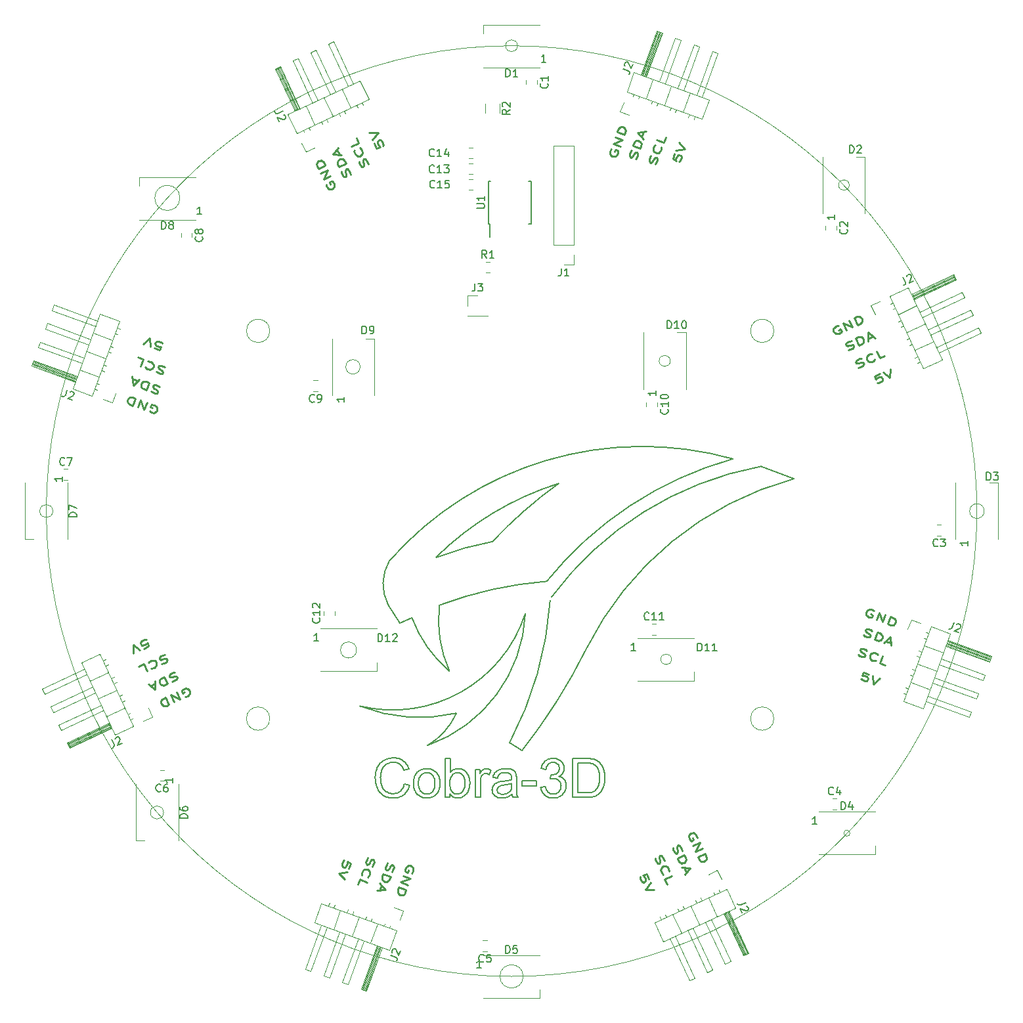
<source format=gbr>
G04 #@! TF.GenerationSoftware,KiCad,Pcbnew,(5.1.2)-2*
G04 #@! TF.CreationDate,2019-09-25T22:48:14-04:00*
G04 #@! TF.ProjectId,LEDWall,4c454457-616c-46c2-9e6b-696361645f70,rev?*
G04 #@! TF.SameCoordinates,Original*
G04 #@! TF.FileFunction,Legend,Top*
G04 #@! TF.FilePolarity,Positive*
%FSLAX46Y46*%
G04 Gerber Fmt 4.6, Leading zero omitted, Abs format (unit mm)*
G04 Created by KiCad (PCBNEW (5.1.2)-2) date 2019-09-25 22:48:14*
%MOMM*%
%LPD*%
G04 APERTURE LIST*
%ADD10C,0.250000*%
%ADD11C,0.120000*%
%ADD12C,0.140000*%
%ADD13C,0.150000*%
G04 APERTURE END LIST*
D10*
X155383033Y-45463429D02*
X155501070Y-45278353D01*
X155623220Y-44942748D01*
X155627333Y-44792220D01*
X155607016Y-44708812D01*
X155541951Y-44609118D01*
X155452457Y-44576545D01*
X155338532Y-44611092D01*
X155269355Y-44661926D01*
X155175748Y-44779881D01*
X155033280Y-45032078D01*
X154939673Y-45150034D01*
X154870496Y-45200868D01*
X154756571Y-45235415D01*
X154667077Y-45202842D01*
X154602012Y-45103148D01*
X154581695Y-45019740D01*
X154585808Y-44869212D01*
X154707958Y-44533607D01*
X154825995Y-44348531D01*
X156144476Y-43232152D02*
X156164793Y-43315560D01*
X156136251Y-43533209D01*
X156087391Y-43667451D01*
X155969353Y-43852527D01*
X155830999Y-43954196D01*
X155717074Y-43988743D01*
X155513655Y-43990717D01*
X155379413Y-43941857D01*
X155224854Y-43809590D01*
X155159790Y-43709895D01*
X155119155Y-43543080D01*
X155147698Y-43325431D01*
X155196558Y-43191189D01*
X155314595Y-43006113D01*
X155383773Y-42955279D01*
X156698141Y-41989429D02*
X156453841Y-42660638D01*
X155514148Y-42318617D01*
X181567153Y-71662514D02*
X181781486Y-71615110D01*
X182105167Y-71464175D01*
X182214515Y-71360644D01*
X182259127Y-71287299D01*
X182283614Y-71170797D01*
X182243364Y-71084482D01*
X182138379Y-71028354D01*
X182053518Y-71015384D01*
X181903921Y-71032600D01*
X181624851Y-71110191D01*
X181475254Y-71127407D01*
X181390393Y-71114437D01*
X181285407Y-71058309D01*
X181245158Y-70971994D01*
X181269645Y-70855492D01*
X181314256Y-70782147D01*
X181423604Y-70678615D01*
X181747285Y-70527680D01*
X181961619Y-70480277D01*
X183683325Y-70623185D02*
X183638713Y-70696529D01*
X183464629Y-70830248D01*
X183335156Y-70890622D01*
X183120823Y-70938025D01*
X182951101Y-70912084D01*
X182846115Y-70855956D01*
X182700880Y-70713513D01*
X182640506Y-70584041D01*
X182624744Y-70381224D01*
X182649231Y-70264722D01*
X182738454Y-70118033D01*
X182912538Y-69984314D01*
X183042011Y-69923940D01*
X183256344Y-69876536D01*
X183341205Y-69889507D01*
X184953563Y-70135946D02*
X184306201Y-70437817D01*
X183883582Y-69531509D01*
X181556570Y-108703033D02*
X181741646Y-108821070D01*
X182077251Y-108943220D01*
X182227779Y-108947333D01*
X182311187Y-108927016D01*
X182410881Y-108861951D01*
X182443454Y-108772457D01*
X182408907Y-108658532D01*
X182358073Y-108589355D01*
X182240118Y-108495748D01*
X181987921Y-108353280D01*
X181869965Y-108259673D01*
X181819131Y-108190496D01*
X181784584Y-108076571D01*
X181817157Y-107987077D01*
X181916851Y-107922012D01*
X182000259Y-107901695D01*
X182150787Y-107905808D01*
X182486392Y-108027958D01*
X182671468Y-108145995D01*
X183787847Y-109464476D02*
X183704439Y-109484793D01*
X183486790Y-109456251D01*
X183352548Y-109407391D01*
X183167472Y-109289353D01*
X183065803Y-109150999D01*
X183031256Y-109037074D01*
X183029282Y-108833655D01*
X183078142Y-108699413D01*
X183210409Y-108544854D01*
X183310104Y-108479790D01*
X183476919Y-108439155D01*
X183694568Y-108467698D01*
X183828810Y-108516558D01*
X184013886Y-108634595D01*
X184064720Y-108703773D01*
X185030570Y-110018141D02*
X184359361Y-109773841D01*
X184701382Y-108834148D01*
X155357485Y-134887153D02*
X155404889Y-135101486D01*
X155555824Y-135425167D01*
X155659355Y-135534515D01*
X155732700Y-135579127D01*
X155849202Y-135603614D01*
X155935517Y-135563364D01*
X155991645Y-135458379D01*
X156004615Y-135373518D01*
X155987399Y-135223921D01*
X155909808Y-134944851D01*
X155892592Y-134795254D01*
X155905562Y-134710393D01*
X155961690Y-134605407D01*
X156048005Y-134565158D01*
X156164507Y-134589645D01*
X156237852Y-134634256D01*
X156341384Y-134743604D01*
X156492319Y-135067285D01*
X156539722Y-135281619D01*
X156396814Y-137003325D02*
X156323470Y-136958713D01*
X156189751Y-136784629D01*
X156129377Y-136655156D01*
X156081974Y-136440823D01*
X156107915Y-136271101D01*
X156164043Y-136166115D01*
X156306486Y-136020880D01*
X156435958Y-135960506D01*
X156638775Y-135944744D01*
X156755277Y-135969231D01*
X156901966Y-136058454D01*
X157035685Y-136232538D01*
X157096059Y-136362011D01*
X157143463Y-136576344D01*
X157130492Y-136661205D01*
X156884053Y-138273563D02*
X156582182Y-137626201D01*
X157488490Y-137203582D01*
X118316966Y-134876570D02*
X118198929Y-135061646D01*
X118076779Y-135397251D01*
X118072666Y-135547779D01*
X118092983Y-135631187D01*
X118158048Y-135730881D01*
X118247542Y-135763454D01*
X118361467Y-135728907D01*
X118430644Y-135678073D01*
X118524251Y-135560118D01*
X118666719Y-135307921D01*
X118760326Y-135189965D01*
X118829503Y-135139131D01*
X118943428Y-135104584D01*
X119032922Y-135137157D01*
X119097987Y-135236851D01*
X119118304Y-135320259D01*
X119114191Y-135470787D01*
X118992041Y-135806392D01*
X118874004Y-135991468D01*
X117555523Y-137107847D02*
X117535206Y-137024439D01*
X117563748Y-136806790D01*
X117612608Y-136672548D01*
X117730646Y-136487472D01*
X117869000Y-136385803D01*
X117982925Y-136351256D01*
X118186344Y-136349282D01*
X118320586Y-136398142D01*
X118475145Y-136530409D01*
X118540209Y-136630104D01*
X118580844Y-136796919D01*
X118552301Y-137014568D01*
X118503441Y-137148810D01*
X118385404Y-137333886D01*
X118316226Y-137384720D01*
X117001858Y-138350570D02*
X117246158Y-137679361D01*
X118185851Y-138021382D01*
X92132846Y-108677485D02*
X91918513Y-108724889D01*
X91594832Y-108875824D01*
X91485484Y-108979355D01*
X91440872Y-109052700D01*
X91416385Y-109169202D01*
X91456635Y-109255517D01*
X91561620Y-109311645D01*
X91646481Y-109324615D01*
X91796078Y-109307399D01*
X92075148Y-109229808D01*
X92224745Y-109212592D01*
X92309606Y-109225562D01*
X92414592Y-109281690D01*
X92454841Y-109368005D01*
X92430354Y-109484507D01*
X92385743Y-109557852D01*
X92276395Y-109661384D01*
X91952714Y-109812319D01*
X91738380Y-109859722D01*
X90016674Y-109716814D02*
X90061286Y-109643470D01*
X90235370Y-109509751D01*
X90364843Y-109449377D01*
X90579176Y-109401974D01*
X90748898Y-109427915D01*
X90853884Y-109484043D01*
X90999119Y-109626486D01*
X91059493Y-109755958D01*
X91075255Y-109958775D01*
X91050768Y-110075277D01*
X90961545Y-110221966D01*
X90787461Y-110355685D01*
X90657988Y-110416059D01*
X90443655Y-110463463D01*
X90358794Y-110450492D01*
X88746436Y-110204053D02*
X89393798Y-109902182D01*
X89816417Y-110808490D01*
X92143429Y-71636966D02*
X91958353Y-71518929D01*
X91622748Y-71396779D01*
X91472220Y-71392666D01*
X91388812Y-71412983D01*
X91289118Y-71478048D01*
X91256545Y-71567542D01*
X91291092Y-71681467D01*
X91341926Y-71750644D01*
X91459881Y-71844251D01*
X91712078Y-71986719D01*
X91830034Y-72080326D01*
X91880868Y-72149503D01*
X91915415Y-72263428D01*
X91882842Y-72352922D01*
X91783148Y-72417987D01*
X91699740Y-72438304D01*
X91549212Y-72434191D01*
X91213607Y-72312041D01*
X91028531Y-72194004D01*
X89912152Y-70875523D02*
X89995560Y-70855206D01*
X90213209Y-70883748D01*
X90347451Y-70932608D01*
X90532527Y-71050646D01*
X90634196Y-71189000D01*
X90668743Y-71302925D01*
X90670717Y-71506344D01*
X90621857Y-71640586D01*
X90489590Y-71795145D01*
X90389895Y-71860209D01*
X90223080Y-71900844D01*
X90005431Y-71872301D01*
X89871189Y-71823441D01*
X89686113Y-71705404D01*
X89635279Y-71636226D01*
X88669429Y-70321858D02*
X89340638Y-70566158D01*
X88998617Y-71505851D01*
X152856346Y-44778569D02*
X152974383Y-44593493D01*
X153096533Y-44257889D01*
X153100646Y-44107360D01*
X153080329Y-44023953D01*
X153015264Y-43924258D01*
X152925770Y-43891685D01*
X152811845Y-43926233D01*
X152742668Y-43977067D01*
X152649061Y-44095022D01*
X152506593Y-44347219D01*
X152412986Y-44465174D01*
X152343809Y-44516008D01*
X152229884Y-44550556D01*
X152140390Y-44517982D01*
X152075325Y-44418288D01*
X152055008Y-44334881D01*
X152059121Y-44184352D01*
X152181271Y-43848748D01*
X152299308Y-43663672D01*
X153414123Y-43385317D02*
X152474431Y-43043297D01*
X152596581Y-42707692D01*
X152714618Y-42522616D01*
X152852973Y-42420948D01*
X152966897Y-42386400D01*
X153170316Y-42384426D01*
X153304558Y-42433286D01*
X153459117Y-42565554D01*
X153524182Y-42665248D01*
X153564816Y-42832063D01*
X153536274Y-43049712D01*
X153414123Y-43385317D01*
X153634240Y-41945179D02*
X153878540Y-41273970D01*
X153853864Y-42177141D02*
X153085181Y-41365274D01*
X154195884Y-41237448D01*
X180264784Y-69391607D02*
X180479118Y-69344204D01*
X180802799Y-69193269D01*
X180912147Y-69089737D01*
X180956759Y-69016393D01*
X180981246Y-68899891D01*
X180940996Y-68813576D01*
X180836011Y-68757448D01*
X180751150Y-68744477D01*
X180601552Y-68761694D01*
X180322483Y-68839284D01*
X180172885Y-68856501D01*
X180088024Y-68843530D01*
X179983039Y-68787402D01*
X179942790Y-68701087D01*
X179967276Y-68584585D01*
X180011888Y-68511241D01*
X180121236Y-68407709D01*
X180444917Y-68256774D01*
X180659251Y-68209370D01*
X181644371Y-68800837D02*
X181221752Y-67894530D01*
X181545434Y-67743595D01*
X181759767Y-67696191D01*
X181929489Y-67722132D01*
X182034475Y-67778260D01*
X182179710Y-67920703D01*
X182240084Y-68050176D01*
X182255846Y-68252993D01*
X182231359Y-68369495D01*
X182142136Y-68516184D01*
X181968052Y-68649902D01*
X181644371Y-68800837D01*
X182818348Y-67938152D02*
X183465711Y-67636282D01*
X182809624Y-68257471D02*
X182840159Y-67139854D01*
X183715931Y-67834853D01*
X182241430Y-106176346D02*
X182426506Y-106294383D01*
X182762110Y-106416533D01*
X182912639Y-106420646D01*
X182996046Y-106400329D01*
X183095741Y-106335264D01*
X183128314Y-106245770D01*
X183093766Y-106131845D01*
X183042932Y-106062668D01*
X182924977Y-105969061D01*
X182672780Y-105826593D01*
X182554825Y-105732986D01*
X182503991Y-105663809D01*
X182469443Y-105549884D01*
X182502017Y-105460390D01*
X182601711Y-105395325D01*
X182685118Y-105375008D01*
X182835647Y-105379121D01*
X183171251Y-105501271D01*
X183356327Y-105619308D01*
X183634682Y-106734123D02*
X183976702Y-105794431D01*
X184312307Y-105916581D01*
X184497383Y-106034618D01*
X184599051Y-106172973D01*
X184633599Y-106286897D01*
X184635573Y-106490316D01*
X184586713Y-106624558D01*
X184454445Y-106779117D01*
X184354751Y-106844182D01*
X184187936Y-106884816D01*
X183970287Y-106856274D01*
X183634682Y-106734123D01*
X185074820Y-106954240D02*
X185746029Y-107198540D01*
X184842858Y-107173864D02*
X185654725Y-106405181D01*
X185782551Y-107515884D01*
X157628392Y-133584784D02*
X157675795Y-133799118D01*
X157826730Y-134122799D01*
X157930262Y-134232147D01*
X158003606Y-134276759D01*
X158120108Y-134301246D01*
X158206423Y-134260996D01*
X158262551Y-134156011D01*
X158275522Y-134071150D01*
X158258305Y-133921552D01*
X158180715Y-133642483D01*
X158163498Y-133492885D01*
X158176469Y-133408024D01*
X158232597Y-133303039D01*
X158318912Y-133262790D01*
X158435414Y-133287276D01*
X158508758Y-133331888D01*
X158612290Y-133441236D01*
X158763225Y-133764917D01*
X158810629Y-133979251D01*
X158219162Y-134964371D02*
X159125469Y-134541752D01*
X159276404Y-134865434D01*
X159323808Y-135079767D01*
X159297867Y-135249489D01*
X159241739Y-135354475D01*
X159099296Y-135499710D01*
X158969823Y-135560084D01*
X158767006Y-135575846D01*
X158650504Y-135551359D01*
X158503815Y-135462136D01*
X158370097Y-135288052D01*
X158219162Y-134964371D01*
X159081847Y-136138348D02*
X159383717Y-136785711D01*
X158762528Y-136129624D02*
X159880145Y-136160159D01*
X159185146Y-137035931D01*
X120843653Y-135561430D02*
X120725616Y-135746506D01*
X120603466Y-136082110D01*
X120599353Y-136232639D01*
X120619670Y-136316046D01*
X120684735Y-136415741D01*
X120774229Y-136448314D01*
X120888154Y-136413766D01*
X120957331Y-136362932D01*
X121050938Y-136244977D01*
X121193406Y-135992780D01*
X121287013Y-135874825D01*
X121356190Y-135823991D01*
X121470115Y-135789443D01*
X121559609Y-135822017D01*
X121624674Y-135921711D01*
X121644991Y-136005118D01*
X121640878Y-136155647D01*
X121518728Y-136491251D01*
X121400691Y-136676327D01*
X120285876Y-136954682D02*
X121225568Y-137296702D01*
X121103418Y-137632307D01*
X120985381Y-137817383D01*
X120847026Y-137919051D01*
X120733102Y-137953599D01*
X120529683Y-137955573D01*
X120395441Y-137906713D01*
X120240882Y-137774445D01*
X120175817Y-137674751D01*
X120135183Y-137507936D01*
X120163725Y-137290287D01*
X120285876Y-136954682D01*
X120065759Y-138394820D02*
X119821459Y-139066029D01*
X119846135Y-138162858D02*
X120614818Y-138974725D01*
X119504115Y-139102551D01*
X93435215Y-110948392D02*
X93220881Y-110995795D01*
X92897200Y-111146730D01*
X92787852Y-111250262D01*
X92743240Y-111323606D01*
X92718753Y-111440108D01*
X92759003Y-111526423D01*
X92863988Y-111582551D01*
X92948849Y-111595522D01*
X93098447Y-111578305D01*
X93377516Y-111500715D01*
X93527114Y-111483498D01*
X93611975Y-111496469D01*
X93716960Y-111552597D01*
X93757209Y-111638912D01*
X93732723Y-111755414D01*
X93688111Y-111828758D01*
X93578763Y-111932290D01*
X93255082Y-112083225D01*
X93040748Y-112130629D01*
X92055628Y-111539162D02*
X92478247Y-112445469D01*
X92154565Y-112596404D01*
X91940232Y-112643808D01*
X91770510Y-112617867D01*
X91665524Y-112561739D01*
X91520289Y-112419296D01*
X91459915Y-112289823D01*
X91444153Y-112087006D01*
X91468640Y-111970504D01*
X91557863Y-111823815D01*
X91731947Y-111690097D01*
X92055628Y-111539162D01*
X90881651Y-112401847D02*
X90234288Y-112703717D01*
X90890375Y-112082528D02*
X90859840Y-113200145D01*
X89984068Y-112505146D01*
X91458569Y-74163653D02*
X91273493Y-74045616D01*
X90937889Y-73923466D01*
X90787360Y-73919353D01*
X90703953Y-73939670D01*
X90604258Y-74004735D01*
X90571685Y-74094229D01*
X90606233Y-74208154D01*
X90657067Y-74277331D01*
X90775022Y-74370938D01*
X91027219Y-74513406D01*
X91145174Y-74607013D01*
X91196008Y-74676190D01*
X91230556Y-74790115D01*
X91197982Y-74879609D01*
X91098288Y-74944674D01*
X91014881Y-74964991D01*
X90864352Y-74960878D01*
X90528748Y-74838728D01*
X90343672Y-74720691D01*
X90065317Y-73605876D02*
X89723297Y-74545568D01*
X89387692Y-74423418D01*
X89202616Y-74305381D01*
X89100948Y-74167026D01*
X89066400Y-74053102D01*
X89064426Y-73849683D01*
X89113286Y-73715441D01*
X89245554Y-73560882D01*
X89345248Y-73495817D01*
X89512063Y-73455183D01*
X89729712Y-73483725D01*
X90065317Y-73605876D01*
X88625179Y-73385759D02*
X87953970Y-73141459D01*
X88857141Y-73166135D02*
X88045274Y-73934818D01*
X87917448Y-72824115D01*
X157874800Y-44087366D02*
X157630500Y-44758575D01*
X158053542Y-44988563D01*
X158033225Y-44905155D01*
X158037338Y-44754627D01*
X158159488Y-44419022D01*
X158253095Y-44301067D01*
X158322273Y-44250233D01*
X158436197Y-44215686D01*
X158659933Y-44297119D01*
X158724998Y-44396813D01*
X158745315Y-44480221D01*
X158741202Y-44630749D01*
X158619052Y-44966354D01*
X158525445Y-45084309D01*
X158456268Y-45135143D01*
X158045810Y-43617520D02*
X159156513Y-43489694D01*
X158387830Y-42677827D01*
X184302121Y-72451436D02*
X183654758Y-72753306D01*
X183791268Y-73215069D01*
X183835880Y-73141724D01*
X183945228Y-73038192D01*
X184268909Y-72887257D01*
X184418506Y-72870041D01*
X184503367Y-72883011D01*
X184608353Y-72939139D01*
X184708976Y-73154927D01*
X184684490Y-73271429D01*
X184639878Y-73344773D01*
X184530530Y-73448305D01*
X184206849Y-73599240D01*
X184057251Y-73616457D01*
X183972391Y-73603486D01*
X184755275Y-72240127D02*
X185631047Y-72935126D01*
X185661582Y-71817509D01*
X182932633Y-111194800D02*
X182261424Y-110950500D01*
X182031436Y-111373542D01*
X182114844Y-111353225D01*
X182265372Y-111357338D01*
X182600977Y-111479488D01*
X182718932Y-111573095D01*
X182769766Y-111642273D01*
X182804313Y-111756197D01*
X182722880Y-111979933D01*
X182623186Y-112044998D01*
X182539778Y-112065315D01*
X182389250Y-112061202D01*
X182053645Y-111939052D01*
X181935690Y-111845445D01*
X181884856Y-111776268D01*
X183402479Y-111365810D02*
X183530305Y-112476513D01*
X184342172Y-111707830D01*
X154568563Y-137622121D02*
X154266693Y-136974758D01*
X153804930Y-137111268D01*
X153878275Y-137155880D01*
X153981807Y-137265228D01*
X154132742Y-137588909D01*
X154149958Y-137738506D01*
X154136988Y-137823367D01*
X154080860Y-137928353D01*
X153865072Y-138028976D01*
X153748570Y-138004490D01*
X153675226Y-137959878D01*
X153571694Y-137850530D01*
X153420759Y-137526849D01*
X153403542Y-137377251D01*
X153416513Y-137292391D01*
X154779872Y-138075275D02*
X154084873Y-138951047D01*
X155202490Y-138981582D01*
X115825199Y-136252633D02*
X116069499Y-135581424D01*
X115646457Y-135351436D01*
X115666774Y-135434844D01*
X115662661Y-135585372D01*
X115540511Y-135920977D01*
X115446904Y-136038932D01*
X115377726Y-136089766D01*
X115263802Y-136124313D01*
X115040066Y-136042880D01*
X114975001Y-135943186D01*
X114954684Y-135859778D01*
X114958797Y-135709250D01*
X115080947Y-135373645D01*
X115174554Y-135255690D01*
X115243731Y-135204856D01*
X115654189Y-136722479D02*
X114543486Y-136850305D01*
X115312169Y-137662172D01*
X89397878Y-107888563D02*
X90045241Y-107586693D01*
X89908731Y-107124930D01*
X89864119Y-107198275D01*
X89754771Y-107301807D01*
X89431090Y-107452742D01*
X89281493Y-107469958D01*
X89196632Y-107456988D01*
X89091646Y-107400860D01*
X88991023Y-107185072D01*
X89015509Y-107068570D01*
X89060121Y-106995226D01*
X89169469Y-106891694D01*
X89493150Y-106740759D01*
X89642748Y-106723542D01*
X89727608Y-106736513D01*
X88944724Y-108099872D02*
X88068952Y-107404873D01*
X88038417Y-108522490D01*
X90767366Y-69145199D02*
X91438575Y-69389499D01*
X91668563Y-68966457D01*
X91585155Y-68986774D01*
X91434627Y-68982661D01*
X91099022Y-68860511D01*
X90981067Y-68766904D01*
X90930233Y-68697726D01*
X90895686Y-68583802D01*
X90977119Y-68360066D01*
X91076813Y-68295001D01*
X91160221Y-68274684D01*
X91310749Y-68278797D01*
X91646354Y-68400947D01*
X91764309Y-68494554D01*
X91815143Y-68563731D01*
X90297520Y-68974189D02*
X90169694Y-67863486D01*
X89357827Y-68632169D01*
X149723762Y-43472263D02*
X149630155Y-43590218D01*
X149556865Y-43791581D01*
X149528322Y-44009230D01*
X149568956Y-44176045D01*
X149634021Y-44275739D01*
X149788580Y-44408007D01*
X149922822Y-44456867D01*
X150126241Y-44454893D01*
X150240165Y-44420345D01*
X150378520Y-44318677D01*
X150496557Y-44133601D01*
X150545417Y-43999359D01*
X150573960Y-43781710D01*
X150553643Y-43698302D01*
X150240412Y-43584295D01*
X150142692Y-43852779D01*
X150863007Y-43126787D02*
X149923315Y-42784767D01*
X151156168Y-42321336D01*
X150216475Y-41979316D01*
X151400468Y-41650127D02*
X150460775Y-41308107D01*
X150582925Y-40972503D01*
X150700962Y-40787427D01*
X150839317Y-40685758D01*
X150953242Y-40651211D01*
X151156661Y-40649237D01*
X151290902Y-40698097D01*
X151445461Y-40830364D01*
X151510526Y-40930058D01*
X151551161Y-41096874D01*
X151522618Y-41314523D01*
X151400468Y-41650127D01*
X178973410Y-66252838D02*
X178823813Y-66270054D01*
X178629604Y-66360615D01*
X178455520Y-66494334D01*
X178366297Y-66641023D01*
X178341810Y-66757525D01*
X178357572Y-66960342D01*
X178417946Y-67089815D01*
X178563181Y-67232258D01*
X178668167Y-67288386D01*
X178837889Y-67314327D01*
X179052222Y-67266923D01*
X179181695Y-67206549D01*
X179355779Y-67072831D01*
X179400391Y-66999486D01*
X179259518Y-66697384D01*
X179000573Y-66818132D01*
X180023266Y-66814118D02*
X179600648Y-65907810D01*
X180800102Y-66451874D01*
X180377483Y-65545566D01*
X181447464Y-66150004D02*
X181024846Y-65243696D01*
X181348527Y-65092761D01*
X181562861Y-65045357D01*
X181732583Y-65071298D01*
X181837568Y-65127426D01*
X181982803Y-65269869D01*
X182043177Y-65399342D01*
X182058940Y-65602159D01*
X182034453Y-65718661D01*
X181945230Y-65865350D01*
X181771146Y-65999068D01*
X181447464Y-66150004D01*
X183547736Y-103043762D02*
X183429781Y-102950155D01*
X183228418Y-102876865D01*
X183010769Y-102848322D01*
X182843954Y-102888956D01*
X182744260Y-102954021D01*
X182611992Y-103108580D01*
X182563132Y-103242822D01*
X182565106Y-103446241D01*
X182599654Y-103560165D01*
X182701322Y-103698520D01*
X182886398Y-103816557D01*
X183020640Y-103865417D01*
X183238289Y-103893960D01*
X183321697Y-103873643D01*
X183435704Y-103560412D01*
X183167220Y-103462692D01*
X183893212Y-104183007D02*
X184235232Y-103243315D01*
X184698663Y-104476168D01*
X185040683Y-103536475D01*
X185369872Y-104720468D02*
X185711892Y-103780775D01*
X186047496Y-103902925D01*
X186232572Y-104020962D01*
X186334241Y-104159317D01*
X186368788Y-104273242D01*
X186370762Y-104476661D01*
X186321902Y-104610902D01*
X186189635Y-104765461D01*
X186089941Y-104830526D01*
X185923125Y-104871161D01*
X185705476Y-104842618D01*
X185369872Y-104720468D01*
X160767161Y-132293410D02*
X160749945Y-132143813D01*
X160659384Y-131949604D01*
X160525665Y-131775520D01*
X160378976Y-131686297D01*
X160262474Y-131661810D01*
X160059657Y-131677572D01*
X159930184Y-131737946D01*
X159787741Y-131883181D01*
X159731613Y-131988167D01*
X159705672Y-132157889D01*
X159753076Y-132372222D01*
X159813450Y-132501695D01*
X159947168Y-132675779D01*
X160020513Y-132720391D01*
X160322615Y-132579518D01*
X160201867Y-132320573D01*
X160205881Y-133343266D02*
X161112189Y-132920648D01*
X160568125Y-134120102D01*
X161474433Y-133697483D01*
X160869995Y-134767464D02*
X161776303Y-134344846D01*
X161927238Y-134668527D01*
X161974642Y-134882861D01*
X161948701Y-135052583D01*
X161892573Y-135157568D01*
X161750130Y-135302803D01*
X161620657Y-135363177D01*
X161417840Y-135378940D01*
X161301338Y-135354453D01*
X161154649Y-135265230D01*
X161020931Y-135091146D01*
X160869995Y-134767464D01*
X123976237Y-136867736D02*
X124069844Y-136749781D01*
X124143134Y-136548418D01*
X124171677Y-136330769D01*
X124131043Y-136163954D01*
X124065978Y-136064260D01*
X123911419Y-135931992D01*
X123777177Y-135883132D01*
X123573758Y-135885106D01*
X123459834Y-135919654D01*
X123321479Y-136021322D01*
X123203442Y-136206398D01*
X123154582Y-136340640D01*
X123126039Y-136558289D01*
X123146356Y-136641697D01*
X123459587Y-136755704D01*
X123557307Y-136487220D01*
X122836992Y-137213212D02*
X123776684Y-137555232D01*
X122543831Y-138018663D01*
X123483524Y-138360683D01*
X122299531Y-138689872D02*
X123239224Y-139031892D01*
X123117074Y-139367496D01*
X122999037Y-139552572D01*
X122860682Y-139654241D01*
X122746757Y-139688788D01*
X122543338Y-139690762D01*
X122409097Y-139641902D01*
X122254538Y-139509635D01*
X122189473Y-139409941D01*
X122148838Y-139243125D01*
X122177381Y-139025476D01*
X122299531Y-138689872D01*
X94726589Y-114087161D02*
X94876186Y-114069945D01*
X95070395Y-113979384D01*
X95244479Y-113845665D01*
X95333702Y-113698976D01*
X95358189Y-113582474D01*
X95342427Y-113379657D01*
X95282053Y-113250184D01*
X95136818Y-113107741D01*
X95031832Y-113051613D01*
X94862110Y-113025672D01*
X94647777Y-113073076D01*
X94518304Y-113133450D01*
X94344220Y-113267168D01*
X94299608Y-113340513D01*
X94440481Y-113642615D01*
X94699426Y-113521867D01*
X93676733Y-113525881D02*
X94099351Y-114432189D01*
X92899897Y-113888125D01*
X93322516Y-114794433D01*
X92252535Y-114189995D02*
X92675153Y-115096303D01*
X92351472Y-115247238D01*
X92137138Y-115294642D01*
X91967416Y-115268701D01*
X91862431Y-115212573D01*
X91717196Y-115070130D01*
X91656822Y-114940657D01*
X91641059Y-114737840D01*
X91665546Y-114621338D01*
X91754769Y-114474649D01*
X91928853Y-114340931D01*
X92252535Y-114189995D01*
X90152263Y-77296237D02*
X90270218Y-77389844D01*
X90471581Y-77463134D01*
X90689230Y-77491677D01*
X90856045Y-77451043D01*
X90955739Y-77385978D01*
X91088007Y-77231419D01*
X91136867Y-77097177D01*
X91134893Y-76893758D01*
X91100345Y-76779834D01*
X90998677Y-76641479D01*
X90813601Y-76523442D01*
X90679359Y-76474582D01*
X90461710Y-76446039D01*
X90378302Y-76466356D01*
X90264295Y-76779587D01*
X90532779Y-76877307D01*
X89806787Y-76156992D02*
X89464767Y-77096684D01*
X89001336Y-75863831D01*
X88659316Y-76803524D01*
X88330127Y-75619531D02*
X87988107Y-76559224D01*
X87652503Y-76437074D01*
X87467427Y-76319037D01*
X87365758Y-76180682D01*
X87331211Y-76066757D01*
X87329237Y-75863338D01*
X87378097Y-75729097D01*
X87510364Y-75574538D01*
X87610058Y-75509473D01*
X87776874Y-75468838D01*
X87994523Y-75497381D01*
X88330127Y-75619531D01*
D11*
X77693215Y-90170000D02*
G75*
G03X77693215Y-90170000I-843215J0D01*
G01*
X117320074Y-71564500D02*
G75*
G03X117320074Y-71564500I-924574J0D01*
G01*
X116857705Y-108077000D02*
G75*
G03X116857705Y-108077000I-1033705J0D01*
G01*
X157468358Y-109283500D02*
G75*
G03X157468358Y-109283500I-686858J0D01*
G01*
X157309420Y-70802500D02*
G75*
G03X157309420Y-70802500I-718420J0D01*
G01*
X197793995Y-90170000D02*
G75*
G03X197793995Y-90170000I-943995J0D01*
G01*
X138345245Y-150170000D02*
G75*
G03X138345245Y-150170000I-1495245J0D01*
G01*
X137615337Y-30170000D02*
G75*
G03X137615337Y-30170000I-765337J0D01*
G01*
X94074939Y-49784000D02*
G75*
G03X94074939Y-49784000I-1618939J0D01*
G01*
X91969696Y-129032000D02*
G75*
G03X91969696Y-129032000I-847196J0D01*
G01*
X180487609Y-131699000D02*
G75*
G03X180487609Y-131699000I-401609J0D01*
G01*
X180388916Y-48133000D02*
G75*
G03X180388916Y-48133000I-683916J0D01*
G01*
X196850000Y-90170000D02*
G75*
G03X196850000Y-90170000I-60000000J0D01*
G01*
D10*
X112932838Y-48046589D02*
X112950054Y-48196186D01*
X113040615Y-48390395D01*
X113174334Y-48564479D01*
X113321023Y-48653702D01*
X113437525Y-48678189D01*
X113640342Y-48662427D01*
X113769815Y-48602053D01*
X113912258Y-48456818D01*
X113968386Y-48351832D01*
X113994327Y-48182110D01*
X113946923Y-47967777D01*
X113886549Y-47838304D01*
X113752831Y-47664220D01*
X113679486Y-47619608D01*
X113377384Y-47760481D01*
X113498132Y-48019426D01*
X113494118Y-46996733D02*
X112587810Y-47419351D01*
X113131874Y-46219897D01*
X112225566Y-46642516D01*
X112830004Y-45572535D02*
X111923696Y-45995153D01*
X111772761Y-45671472D01*
X111725357Y-45457138D01*
X111751298Y-45287416D01*
X111807426Y-45182431D01*
X111949869Y-45037196D01*
X112079342Y-44976822D01*
X112282159Y-44961059D01*
X112398661Y-44985546D01*
X112545350Y-45074769D01*
X112679068Y-45248853D01*
X112830004Y-45572535D01*
X119131436Y-42717878D02*
X119433306Y-43365241D01*
X119895069Y-43228731D01*
X119821724Y-43184119D01*
X119718192Y-43074771D01*
X119567257Y-42751090D01*
X119550041Y-42601493D01*
X119563011Y-42516632D01*
X119619139Y-42411646D01*
X119834927Y-42311023D01*
X119951429Y-42335509D01*
X120024773Y-42380121D01*
X120128305Y-42489469D01*
X120279240Y-42813150D01*
X120296457Y-42962748D01*
X120283486Y-43047608D01*
X118920127Y-42264724D02*
X119615126Y-41388952D01*
X118497509Y-41358417D01*
X116071607Y-46755215D02*
X116024204Y-46540881D01*
X115873269Y-46217200D01*
X115769737Y-46107852D01*
X115696393Y-46063240D01*
X115579891Y-46038753D01*
X115493576Y-46079003D01*
X115437448Y-46183988D01*
X115424477Y-46268849D01*
X115441694Y-46418447D01*
X115519284Y-46697516D01*
X115536501Y-46847114D01*
X115523530Y-46931975D01*
X115467402Y-47036960D01*
X115381087Y-47077209D01*
X115264585Y-47052723D01*
X115191241Y-47008111D01*
X115087709Y-46898763D01*
X114936774Y-46575082D01*
X114889370Y-46360748D01*
X115480837Y-45375628D02*
X114574530Y-45798247D01*
X114423595Y-45474565D01*
X114376191Y-45260232D01*
X114402132Y-45090510D01*
X114458260Y-44985524D01*
X114600703Y-44840289D01*
X114730176Y-44779915D01*
X114932993Y-44764153D01*
X115049495Y-44788640D01*
X115196184Y-44877863D01*
X115329902Y-45051947D01*
X115480837Y-45375628D01*
X114618152Y-44201651D02*
X114316282Y-43554288D01*
X114937471Y-44210375D02*
X113819854Y-44179840D01*
X114514853Y-43304068D01*
X118342514Y-45452846D02*
X118295110Y-45238513D01*
X118144175Y-44914832D01*
X118040644Y-44805484D01*
X117967299Y-44760872D01*
X117850797Y-44736385D01*
X117764482Y-44776635D01*
X117708354Y-44881620D01*
X117695384Y-44966481D01*
X117712600Y-45116078D01*
X117790191Y-45395148D01*
X117807407Y-45544745D01*
X117794437Y-45629606D01*
X117738309Y-45734592D01*
X117651994Y-45774841D01*
X117535492Y-45750354D01*
X117462147Y-45705743D01*
X117358615Y-45596395D01*
X117207680Y-45272714D01*
X117160277Y-45058380D01*
X117303185Y-43336674D02*
X117376529Y-43381286D01*
X117510248Y-43555370D01*
X117570622Y-43684843D01*
X117618025Y-43899176D01*
X117592084Y-44068898D01*
X117535956Y-44173884D01*
X117393513Y-44319119D01*
X117264041Y-44379493D01*
X117061224Y-44395255D01*
X116944722Y-44370768D01*
X116798033Y-44281545D01*
X116664314Y-44107461D01*
X116603940Y-43977988D01*
X116556536Y-43763655D01*
X116569507Y-43678794D01*
X116815946Y-42066436D02*
X117117817Y-42713798D01*
X116211509Y-43136417D01*
D12*
X146460441Y-122668061D02*
X145407706Y-122668061D01*
X145407706Y-122668061D02*
X145407706Y-126496186D01*
X141393302Y-123069672D02*
X141352178Y-123169915D01*
X141352178Y-123169915D02*
X141319887Y-123282199D01*
X141319887Y-123282199D02*
X141294924Y-123397943D01*
X141294924Y-123397943D02*
X141282218Y-123464448D01*
X148412101Y-126296235D02*
X148348222Y-126378471D01*
X148348222Y-126378471D02*
X148284579Y-126456266D01*
X148284579Y-126456266D02*
X148216891Y-126531021D01*
X148216891Y-126531021D02*
X148193778Y-126554291D01*
X141102775Y-126783295D02*
X141031549Y-126704596D01*
X141031549Y-126704596D02*
X140966065Y-126629728D01*
X140966065Y-126629728D02*
X140902242Y-126551624D01*
X140902242Y-126551624D02*
X140842058Y-126469601D01*
X140842058Y-126469601D02*
X140787646Y-126382925D01*
X140787646Y-126382925D02*
X140760550Y-126332123D01*
X143825187Y-125162751D02*
X143853675Y-125274815D01*
X143853675Y-125274815D02*
X143871734Y-125397402D01*
X143871734Y-125397402D02*
X143882217Y-125527348D01*
X143882217Y-125527348D02*
X143886710Y-125607514D01*
X143594901Y-123026093D02*
X143619521Y-123142563D01*
X143619521Y-123142563D02*
X143633947Y-123269327D01*
X143633947Y-123269327D02*
X143640616Y-123358490D01*
X142950187Y-124373627D02*
X143058618Y-124406881D01*
X143058618Y-124406881D02*
X143163862Y-124443326D01*
X143163862Y-124443326D02*
X143262279Y-124485497D01*
X143262279Y-124485497D02*
X143344962Y-124531281D01*
X148753898Y-125566498D02*
X148717434Y-125676314D01*
X148717434Y-125676314D02*
X148680182Y-125782043D01*
X148680182Y-125782043D02*
X148640586Y-125882949D01*
X148640586Y-125882949D02*
X148601798Y-125969391D01*
X143767081Y-126213776D02*
X143719509Y-126310079D01*
X143719509Y-126310079D02*
X143665223Y-126398662D01*
X143665223Y-126398662D02*
X143606771Y-126480943D01*
X143606771Y-126480943D02*
X143544243Y-126560501D01*
X143544243Y-126560501D02*
X143478234Y-126639213D01*
X143478234Y-126639213D02*
X143408194Y-126720063D01*
X147362784Y-122148530D02*
X147473441Y-122180225D01*
X147473441Y-122180225D02*
X147580773Y-122214050D01*
X147580773Y-122214050D02*
X147683395Y-122252337D01*
X147683395Y-122252337D02*
X147761832Y-122287812D01*
X143597037Y-123668671D02*
X143558524Y-123771579D01*
X143558524Y-123771579D02*
X143511581Y-123867000D01*
X143511581Y-123867000D02*
X143466300Y-123949799D01*
X142568229Y-122100251D02*
X142678078Y-122131859D01*
X142678078Y-122131859D02*
X142780557Y-122169569D01*
X142780557Y-122169569D02*
X142880951Y-122211266D01*
X142880951Y-122211266D02*
X142929679Y-122232270D01*
X143250113Y-124189057D02*
X143168700Y-124249827D01*
X143168700Y-124249827D02*
X143081890Y-124303045D01*
X143081890Y-124303045D02*
X142990343Y-124352695D01*
X142990343Y-124352695D02*
X142950187Y-124373627D01*
X148072013Y-125510102D02*
X148100935Y-125398806D01*
X148100935Y-125398806D02*
X148129456Y-125282130D01*
X148129456Y-125282130D02*
X148154234Y-125165806D01*
X148154234Y-125165806D02*
X148170707Y-125069611D01*
X143466300Y-123949799D02*
X143403885Y-124027826D01*
X143403885Y-124027826D02*
X143338632Y-124103415D01*
X143338632Y-124103415D02*
X143266606Y-124174764D01*
X143266606Y-124174764D02*
X143250113Y-124189057D01*
X146477530Y-126496186D02*
X146616827Y-126494244D01*
X146616827Y-126494244D02*
X146753093Y-126488999D01*
X146753093Y-126488999D02*
X146884228Y-126477657D01*
X146884228Y-126477657D02*
X146919730Y-126473115D01*
X147914359Y-125867707D02*
X147963358Y-125776691D01*
X147963358Y-125776691D02*
X148007483Y-125677967D01*
X148007483Y-125677967D02*
X148047843Y-125575047D01*
X148047843Y-125575047D02*
X148072013Y-125510102D01*
X148690665Y-123363617D02*
X148726025Y-123478401D01*
X148726025Y-123478401D02*
X148758529Y-123587976D01*
X148758529Y-123587976D02*
X148788863Y-123698487D01*
X148788863Y-123698487D02*
X148816454Y-123812884D01*
X148816454Y-123812884D02*
X148838065Y-123922028D01*
X146970572Y-122693696D02*
X146844636Y-122679145D01*
X146844636Y-122679145D02*
X146710775Y-122671302D01*
X146710775Y-122671302D02*
X146573479Y-122668477D01*
X146573479Y-122668477D02*
X146460441Y-122668061D01*
X146919730Y-126473115D02*
X147040146Y-126452598D01*
X147040146Y-126452598D02*
X147157243Y-126427175D01*
X147157243Y-126427175D02*
X147255118Y-126403901D01*
X148601798Y-125969391D02*
X148553364Y-126062836D01*
X148553364Y-126062836D02*
X148501595Y-126152357D01*
X148501595Y-126152357D02*
X148447681Y-126239842D01*
X148447681Y-126239842D02*
X148412101Y-126296235D01*
X148887198Y-124554780D02*
X148883360Y-124700573D01*
X148883360Y-124700573D02*
X148877635Y-124836568D01*
X148877635Y-124836568D02*
X148868109Y-124968869D01*
X148868109Y-124968869D02*
X148853873Y-125093110D01*
X143886710Y-125607514D02*
X143873824Y-125736846D01*
X143873824Y-125736846D02*
X143858136Y-125863050D01*
X143858136Y-125863050D02*
X143837386Y-125982585D01*
X143837386Y-125982585D02*
X143809363Y-126095540D01*
X143809363Y-126095540D02*
X143772788Y-126200171D01*
X143772788Y-126200171D02*
X143767081Y-126213776D01*
X148838065Y-123922028D02*
X148856073Y-124044497D01*
X148856073Y-124044497D02*
X148869476Y-124178392D01*
X148869476Y-124178392D02*
X148878101Y-124312158D01*
X148878101Y-124312158D02*
X148883741Y-124447053D01*
X148883741Y-124447053D02*
X148887198Y-124554780D01*
X140851554Y-122806061D02*
X140905362Y-122719271D01*
X140905362Y-122719271D02*
X140965709Y-122637203D01*
X140965709Y-122637203D02*
X141029424Y-122560280D01*
X141029424Y-122560280D02*
X141096147Y-122485723D01*
X141096147Y-122485723D02*
X141165368Y-122411522D01*
X141165368Y-122411522D02*
X141179679Y-122396332D01*
X147318351Y-122770600D02*
X147203355Y-122741478D01*
X147203355Y-122741478D02*
X147088687Y-122715168D01*
X147088687Y-122715168D02*
X146970572Y-122693696D01*
X147659720Y-122983796D02*
X147579553Y-122921710D01*
X147579553Y-122921710D02*
X147494238Y-122866917D01*
X147494238Y-122866917D02*
X147403631Y-122815769D01*
X147403631Y-122815769D02*
X147318351Y-122770600D01*
X147945548Y-123336274D02*
X147887459Y-123251505D01*
X147887459Y-123251505D02*
X147827297Y-123168257D01*
X147827297Y-123168257D02*
X147764619Y-123090172D01*
X147764619Y-123090172D02*
X147696758Y-123017787D01*
X147696758Y-123017787D02*
X147659720Y-122983796D01*
X148139090Y-123849396D02*
X148107783Y-123739506D01*
X148107783Y-123739506D02*
X148071508Y-123635392D01*
X148071508Y-123635392D02*
X148031138Y-123533316D01*
X148031138Y-123533316D02*
X147988386Y-123433150D01*
X147988386Y-123433150D02*
X147945548Y-123336274D01*
X148203605Y-124544526D02*
X148200530Y-124405171D01*
X148200530Y-124405171D02*
X148195221Y-124268415D01*
X148195221Y-124268415D02*
X148185778Y-124136773D01*
X148185778Y-124136773D02*
X148170479Y-124009514D01*
X148170479Y-124009514D02*
X148148757Y-123890846D01*
X148148757Y-123890846D02*
X148139090Y-123849396D01*
X148170707Y-125069611D02*
X148185705Y-124944476D01*
X148185705Y-124944476D02*
X148195335Y-124810301D01*
X148195335Y-124810301D02*
X148200842Y-124666226D01*
X148200842Y-124666226D02*
X148203605Y-124544526D01*
X147704581Y-126144135D02*
X147771732Y-126064155D01*
X147771732Y-126064155D02*
X147834217Y-125985340D01*
X147834217Y-125985340D02*
X147892603Y-125902546D01*
X147892603Y-125902546D02*
X147914359Y-125867707D01*
X147508475Y-126292817D02*
X147593089Y-126235187D01*
X147593089Y-126235187D02*
X147671281Y-126172267D01*
X147671281Y-126172267D02*
X147704581Y-126144135D01*
X147255118Y-126403901D02*
X147357972Y-126365012D01*
X147357972Y-126365012D02*
X147456182Y-126321387D01*
X147456182Y-126321387D02*
X147508475Y-126292817D01*
X143640616Y-124799164D02*
X143694956Y-124889546D01*
X143694956Y-124889546D02*
X143745694Y-124979827D01*
X143745694Y-124979827D02*
X143791943Y-125075217D01*
X143791943Y-125075217D02*
X143825187Y-125162751D01*
X140666984Y-123355073D02*
X140694563Y-123241949D01*
X140694563Y-123241949D02*
X140723979Y-123131098D01*
X140723979Y-123131098D02*
X140757622Y-123022395D01*
X140757622Y-123022395D02*
X140796677Y-122919189D01*
X140796677Y-122919189D02*
X140842221Y-122823174D01*
X140842221Y-122823174D02*
X140851554Y-122806061D01*
X148853873Y-125093110D02*
X148833444Y-125216829D01*
X148833444Y-125216829D02*
X148808873Y-125336186D01*
X148808873Y-125336186D02*
X148782331Y-125450518D01*
X148782331Y-125450518D02*
X148753898Y-125566498D01*
X140760550Y-126332123D02*
X140717673Y-126233476D01*
X140717673Y-126233476D02*
X140682628Y-126127833D01*
X140682628Y-126127833D02*
X140653440Y-126013956D01*
X140653440Y-126013956D02*
X140629187Y-125896391D01*
X140629187Y-125896391D02*
X140605939Y-125767486D01*
X140605939Y-125767486D02*
X140605460Y-125764740D01*
X143344962Y-124531281D02*
X143426622Y-124590180D01*
X143426622Y-124590180D02*
X143501286Y-124655948D01*
X143501286Y-124655948D02*
X143574237Y-124728805D01*
X143574237Y-124728805D02*
X143640616Y-124799164D01*
X147761832Y-122287812D02*
X147852568Y-122337734D01*
X147852568Y-122337734D02*
X147938217Y-122392714D01*
X147938217Y-122392714D02*
X148021897Y-122451694D01*
X148021897Y-122451694D02*
X148097648Y-122507416D01*
X146470694Y-122076752D02*
X146610424Y-122077638D01*
X146610424Y-122077638D02*
X146751247Y-122080446D01*
X146751247Y-122080446D02*
X146890228Y-122086996D01*
X146890228Y-122086996D02*
X146985953Y-122094697D01*
X145407706Y-126496186D02*
X146477530Y-126496186D01*
X147682364Y-126896515D02*
X147578311Y-126936372D01*
X147578311Y-126936372D02*
X147471771Y-126969949D01*
X147471771Y-126969949D02*
X147357657Y-127002045D01*
X141282218Y-123464448D02*
X140666984Y-123355073D01*
X146981254Y-127066132D02*
X146849540Y-127077558D01*
X146849540Y-127077558D02*
X146715153Y-127083759D01*
X146715153Y-127083759D02*
X146564482Y-127087275D01*
X146564482Y-127087275D02*
X146552726Y-127087494D01*
X141179679Y-122396332D02*
X141266216Y-122337401D01*
X141266216Y-122337401D02*
X141356040Y-122278862D01*
X141356040Y-122278862D02*
X141450016Y-122223186D01*
X141450016Y-122223186D02*
X141544610Y-122175301D01*
X141544610Y-122175301D02*
X141628287Y-122141266D01*
X142198234Y-127176362D02*
X142065559Y-127166780D01*
X142065559Y-127166780D02*
X141937064Y-127154324D01*
X141937064Y-127154324D02*
X141814023Y-127136352D01*
X141814023Y-127136352D02*
X141698101Y-127110874D01*
X141698101Y-127110874D02*
X141594535Y-127078095D01*
X142929679Y-122232270D02*
X143018159Y-122284550D01*
X143018159Y-122284550D02*
X143107369Y-122341323D01*
X143107369Y-122341323D02*
X143188311Y-122400786D01*
X143188311Y-122400786D02*
X143234305Y-122440339D01*
X141594535Y-127078095D02*
X141495881Y-127035632D01*
X141495881Y-127035632D02*
X141402806Y-126985938D01*
X141402806Y-126985938D02*
X141314407Y-126931461D01*
X141314407Y-126931461D02*
X141229783Y-126874272D01*
X141229783Y-126874272D02*
X141145355Y-126814148D01*
X141145355Y-126814148D02*
X141102775Y-126783295D01*
X147955802Y-126750824D02*
X147866500Y-126802702D01*
X147866500Y-126802702D02*
X147775018Y-126852532D01*
X147775018Y-126852532D02*
X147682364Y-126896515D01*
X148444144Y-122888947D02*
X148499921Y-122975077D01*
X148499921Y-122975077D02*
X148551956Y-123067605D01*
X148551956Y-123067605D02*
X148598919Y-123161139D01*
X148598919Y-123161139D02*
X148643599Y-123257525D01*
X148643599Y-123257525D02*
X148688964Y-123359751D01*
X148688964Y-123359751D02*
X148690665Y-123363617D01*
X143457755Y-122712494D02*
X143505629Y-122805809D01*
X143505629Y-122805809D02*
X143550605Y-122902353D01*
X143550605Y-122902353D02*
X143588750Y-123005205D01*
X143588750Y-123005205D02*
X143594901Y-123026093D01*
X143408194Y-126720063D02*
X143327891Y-126781441D01*
X143327891Y-126781441D02*
X143246595Y-126841942D01*
X143246595Y-126841942D02*
X143163279Y-126900601D01*
X143163279Y-126900601D02*
X143076852Y-126956289D01*
X143076852Y-126956289D02*
X142986673Y-127007340D01*
X142986673Y-127007340D02*
X142890912Y-127052399D01*
X142890912Y-127052399D02*
X142866446Y-127062287D01*
X142866446Y-127062287D02*
X142761400Y-127097493D01*
X142761400Y-127097493D02*
X142647169Y-127125051D01*
X142647169Y-127125051D02*
X142527000Y-127145287D01*
X142527000Y-127145287D02*
X142399033Y-127160152D01*
X142399033Y-127160152D02*
X142265174Y-127171434D01*
X142265174Y-127171434D02*
X142198234Y-127176362D01*
X143234305Y-122440339D02*
X143304220Y-122512177D01*
X143304220Y-122512177D02*
X143368602Y-122590692D01*
X143368602Y-122590692D02*
X143429407Y-122672873D01*
X143429407Y-122672873D02*
X143457755Y-122712494D01*
X142174308Y-122056244D02*
X142306717Y-122063958D01*
X142306717Y-122063958D02*
X142438692Y-122076901D01*
X142438692Y-122076901D02*
X142558492Y-122097991D01*
X142558492Y-122097991D02*
X142568229Y-122100251D01*
X141628287Y-122141266D02*
X141736589Y-122109282D01*
X141736589Y-122109282D02*
X141854770Y-122086260D01*
X141854770Y-122086260D02*
X141979834Y-122070882D01*
X141979834Y-122070882D02*
X142111927Y-122060340D01*
X142111927Y-122060340D02*
X142174308Y-122056244D01*
X148097648Y-122507416D02*
X148171788Y-122579860D01*
X148171788Y-122579860D02*
X148242019Y-122650468D01*
X148242019Y-122650468D02*
X148309940Y-122722685D01*
X148309940Y-122722685D02*
X148376799Y-122800207D01*
X148376799Y-122800207D02*
X148437809Y-122879975D01*
X148437809Y-122879975D02*
X148444144Y-122888947D01*
X146985953Y-122094697D02*
X147111353Y-122109379D01*
X147111353Y-122109379D02*
X147234947Y-122127640D01*
X147234947Y-122127640D02*
X147362784Y-122148530D01*
X148193778Y-126554291D02*
X148120460Y-126621041D01*
X148120460Y-126621041D02*
X148043254Y-126683857D01*
X148043254Y-126683857D02*
X147955802Y-126750824D01*
X144744620Y-127087494D02*
X144744620Y-122076752D01*
X144744620Y-122076752D02*
X146470694Y-122076752D01*
X146552726Y-127087494D02*
X144744620Y-127087494D01*
X143640616Y-123358490D02*
X143630069Y-123490400D01*
X143630069Y-123490400D02*
X143610960Y-123614104D01*
X143610960Y-123614104D02*
X143597037Y-123668671D01*
X147357657Y-127002045D02*
X147238889Y-127025342D01*
X147238889Y-127025342D02*
X147115488Y-127047347D01*
X147115488Y-127047347D02*
X146991605Y-127064935D01*
X146991605Y-127064935D02*
X146981254Y-127066132D01*
X142693839Y-123977143D02*
X142768887Y-123910337D01*
X142768887Y-123910337D02*
X142840197Y-123839720D01*
X142840197Y-123839720D02*
X142902818Y-123761411D01*
X142902818Y-123761411D02*
X142929679Y-123716523D01*
X142252921Y-124647065D02*
X142121909Y-124656478D01*
X142121909Y-124656478D02*
X142057242Y-124664155D01*
X142359733Y-124130951D02*
X142463553Y-124093565D01*
X142463553Y-124093565D02*
X142559351Y-124048969D01*
X142559351Y-124048969D02*
X142651717Y-124000216D01*
X142651717Y-124000216D02*
X142693839Y-123977143D01*
X141986319Y-124182221D02*
X142118535Y-124172619D01*
X142118535Y-124172619D02*
X142243715Y-124157089D01*
X142243715Y-124157089D02*
X142359033Y-124131155D01*
X142359033Y-124131155D02*
X142359733Y-124130951D01*
X142642569Y-124715851D02*
X142534863Y-124682510D01*
X142534863Y-124682510D02*
X142413999Y-124661821D01*
X142413999Y-124661821D02*
X142282751Y-124649345D01*
X142282751Y-124649345D02*
X142252921Y-124647065D01*
X141581290Y-126436371D02*
X141663267Y-126496298D01*
X141663267Y-126496298D02*
X141748469Y-126552395D01*
X141748469Y-126552395D02*
X141841010Y-126600249D01*
X141841010Y-126600249D02*
X141863700Y-126609406D01*
X141363822Y-126132599D02*
X141416584Y-126221436D01*
X141416584Y-126221436D02*
X141475343Y-126304045D01*
X141475343Y-126304045D02*
X141537278Y-126382645D01*
X141537278Y-126382645D02*
X141581290Y-126436371D01*
X141942740Y-124180512D02*
X141986319Y-124182221D01*
X141887198Y-124175385D02*
X141942740Y-124180512D01*
X141818839Y-124715424D02*
X141887198Y-124175385D01*
X142057242Y-124664155D02*
X141937104Y-124686771D01*
X141937104Y-124686771D02*
X141818839Y-124715424D01*
X142957023Y-124922211D02*
X142878340Y-124860054D01*
X142878340Y-124860054D02*
X142797145Y-124800826D01*
X142797145Y-124800826D02*
X142709766Y-124747431D01*
X142709766Y-124747431D02*
X142642569Y-124715851D01*
X143164664Y-125234528D02*
X143117903Y-125141236D01*
X143117903Y-125141236D02*
X143057916Y-125050942D01*
X143057916Y-125050942D02*
X142995083Y-124969329D01*
X142995083Y-124969329D02*
X142957023Y-124922211D01*
X143159110Y-126029633D02*
X143193247Y-125922628D01*
X143193247Y-125922628D02*
X143215653Y-125801455D01*
X143215653Y-125801455D02*
X143229521Y-125672544D01*
X143229521Y-125672544D02*
X143233878Y-125621186D01*
X142934806Y-126366303D02*
X142998644Y-126286943D01*
X142998644Y-126286943D02*
X143058682Y-126206883D01*
X143058682Y-126206883D02*
X143113933Y-126121128D01*
X143113933Y-126121128D02*
X143159110Y-126029633D01*
X142601981Y-126591889D02*
X142695288Y-126544880D01*
X142695288Y-126544880D02*
X142783813Y-126486259D01*
X142783813Y-126486259D02*
X142863348Y-126424986D01*
X142863348Y-126424986D02*
X142934806Y-126366303D01*
X141863700Y-126609406D02*
X141973571Y-126640375D01*
X141973571Y-126640375D02*
X142096825Y-126658181D01*
X142096825Y-126658181D02*
X142201651Y-126667084D01*
X141220694Y-125682709D02*
X141247196Y-125796773D01*
X141247196Y-125796773D02*
X141276810Y-125908896D01*
X141276810Y-125908896D02*
X141312233Y-126016328D01*
X141312233Y-126016328D02*
X141354913Y-126115156D01*
X141354913Y-126115156D02*
X141363822Y-126132599D01*
X140605460Y-125764740D02*
X141220694Y-125682709D01*
X143233878Y-125621186D02*
X143222437Y-125491402D01*
X143222437Y-125491402D02*
X143204236Y-125369596D01*
X143204236Y-125369596D02*
X143173993Y-125258905D01*
X143173993Y-125258905D02*
X143164664Y-125234528D01*
X142201651Y-126667084D02*
X142330628Y-126654533D01*
X142330628Y-126654533D02*
X142452074Y-126635963D01*
X142452074Y-126635963D02*
X142562964Y-126606585D01*
X142562964Y-126606585D02*
X142601981Y-126591889D01*
X126322196Y-123971589D02*
X126218153Y-123934247D01*
X126218153Y-123934247D02*
X126102122Y-123909053D01*
X126102122Y-123909053D02*
X125977192Y-123892389D01*
X125977192Y-123892389D02*
X125904776Y-123884858D01*
X126781485Y-126947358D02*
X126683602Y-126993021D01*
X126683602Y-126993021D02*
X126585570Y-127036305D01*
X126585570Y-127036305D02*
X126483318Y-127076320D01*
X126483318Y-127076320D02*
X126376842Y-127109945D01*
X126376842Y-127109945D02*
X126361503Y-127113984D01*
X127135245Y-126680329D02*
X127062212Y-126748176D01*
X127062212Y-126748176D02*
X126983285Y-126810694D01*
X126983285Y-126810694D02*
X126900849Y-126868952D01*
X126900849Y-126868952D02*
X126814998Y-126925660D01*
X126814998Y-126925660D02*
X126781485Y-126947358D01*
X124834952Y-125272553D02*
X124839400Y-125408499D01*
X124839400Y-125408499D02*
X124847314Y-125542127D01*
X124847314Y-125542127D02*
X124861490Y-125668841D01*
X124861490Y-125668841D02*
X124883988Y-125787377D01*
X124883988Y-125787377D02*
X124911002Y-125882233D01*
X131441886Y-124836762D02*
X131456484Y-124962844D01*
X131456484Y-124962844D02*
X131464802Y-125096645D01*
X131464802Y-125096645D02*
X131469230Y-125217865D01*
X131007804Y-126660248D02*
X130933845Y-126728761D01*
X130933845Y-126728761D02*
X130858064Y-126796919D01*
X130858064Y-126796919D02*
X130781197Y-126861965D01*
X130781197Y-126861965D02*
X130699346Y-126924826D01*
X130699346Y-126924826D02*
X130614880Y-126981215D01*
X130614880Y-126981215D02*
X130521644Y-127032228D01*
X130521644Y-127032228D02*
X130500235Y-127042206D01*
X121563956Y-126605561D02*
X121695169Y-126596088D01*
X121695169Y-126596088D02*
X121825975Y-126582370D01*
X121825975Y-126582370D02*
X121945993Y-126561973D01*
X121945993Y-126561973D02*
X122057029Y-126532455D01*
X122057029Y-126532455D02*
X122078360Y-126525239D01*
X124911002Y-124663300D02*
X124880476Y-124773040D01*
X124880476Y-124773040D02*
X124859151Y-124892473D01*
X124859151Y-124892473D02*
X124845935Y-125020021D01*
X124845935Y-125020021D02*
X124838546Y-125157438D01*
X124838546Y-125157438D02*
X124834952Y-125272553D01*
X130837760Y-123672944D02*
X130913528Y-123738377D01*
X130913528Y-123738377D02*
X130983210Y-123808750D01*
X130983210Y-123808750D02*
X131057364Y-123889985D01*
X131359855Y-124479584D02*
X131390410Y-124594790D01*
X131390410Y-124594790D02*
X131417869Y-124709022D01*
X131417869Y-124709022D02*
X131440689Y-124829001D01*
X131440689Y-124829001D02*
X131441886Y-124836762D01*
X128936515Y-122076752D02*
X128936515Y-123864350D01*
X126894706Y-124660309D02*
X126854574Y-124559910D01*
X126854574Y-124559910D02*
X126805064Y-124461418D01*
X126805064Y-124461418D02*
X126752532Y-124370511D01*
X126752532Y-124370511D02*
X126698049Y-124283052D01*
X126698049Y-124283052D02*
X126665275Y-124231782D01*
X124763175Y-123778901D02*
X124847493Y-123719867D01*
X124847493Y-123719867D02*
X124931334Y-123662925D01*
X124931334Y-123662925D02*
X125017682Y-123607845D01*
X125017682Y-123607845D02*
X125106610Y-123556543D01*
X125106610Y-123556543D02*
X125200307Y-123509995D01*
X125200307Y-123509995D02*
X125282706Y-123476410D01*
X127484733Y-124450104D02*
X127519678Y-124555858D01*
X127519678Y-124555858D02*
X127547684Y-124671311D01*
X127547684Y-124671311D02*
X127568617Y-124793725D01*
X127568617Y-124793725D02*
X127583981Y-124926527D01*
X127583981Y-124926527D02*
X127594400Y-125060737D01*
X127594400Y-125060737D02*
X127602516Y-125202551D01*
X127602516Y-125202551D02*
X127603507Y-125221283D01*
X124202628Y-125272553D02*
X124209284Y-125134839D01*
X124209284Y-125134839D02*
X124217810Y-124999693D01*
X124217810Y-124999693D02*
X124229722Y-124870451D01*
X124229722Y-124870451D02*
X124246580Y-124745910D01*
X124246580Y-124745910D02*
X124269484Y-124627307D01*
X124269484Y-124627307D02*
X124298849Y-124516625D01*
X124298849Y-124516625D02*
X124335356Y-124413005D01*
X124335356Y-124413005D02*
X124342765Y-124394990D01*
X125139151Y-124230073D02*
X125084931Y-124316827D01*
X125084931Y-124316827D02*
X125031450Y-124406283D01*
X125031450Y-124406283D02*
X124981755Y-124497664D01*
X124981755Y-124497664D02*
X124937252Y-124593638D01*
X124937252Y-124593638D02*
X124911002Y-124663300D01*
X131353873Y-126045014D02*
X131313084Y-126147055D01*
X131313084Y-126147055D02*
X131267307Y-126242411D01*
X131267307Y-126242411D02*
X131216640Y-126335044D01*
X131216640Y-126335044D02*
X131164035Y-126422735D01*
X131164035Y-126422735D02*
X131108428Y-126509769D01*
X131108428Y-126509769D02*
X131051413Y-126595612D01*
X131051413Y-126595612D02*
X131007804Y-126660248D01*
X128936515Y-123864350D02*
X129006131Y-123792803D01*
X129006131Y-123792803D02*
X129077426Y-123722200D01*
X129077426Y-123722200D02*
X129151323Y-123654432D01*
X129151323Y-123654432D02*
X129228581Y-123591680D01*
X129228581Y-123591680D02*
X129312444Y-123534666D01*
X129312444Y-123534666D02*
X129379996Y-123497773D01*
X125904776Y-123375580D02*
X126035931Y-123386162D01*
X126035931Y-123386162D02*
X126164671Y-123399187D01*
X126164671Y-123399187D02*
X126288678Y-123416827D01*
X126288678Y-123416827D02*
X126409096Y-123441530D01*
X126409096Y-123441530D02*
X126521283Y-123474192D01*
X126521283Y-123474192D02*
X126584952Y-123498200D01*
X128321280Y-122076752D02*
X128936515Y-122076752D01*
X131469230Y-125217865D02*
X131463268Y-125352867D01*
X131463268Y-125352867D02*
X131455533Y-125485581D01*
X131455533Y-125485581D02*
X131444386Y-125614607D01*
X131444386Y-125614607D02*
X131428354Y-125739448D01*
X131428354Y-125739448D02*
X131405982Y-125860456D01*
X131405982Y-125860456D02*
X131376451Y-125975666D01*
X131376451Y-125975666D02*
X131353873Y-126045014D01*
X126665275Y-124231782D02*
X126592418Y-124164087D01*
X126592418Y-124164087D02*
X126516587Y-124097993D01*
X126516587Y-124097993D02*
X126436899Y-124037410D01*
X126436899Y-124037410D02*
X126349351Y-123984690D01*
X126349351Y-123984690D02*
X126322196Y-123971589D01*
X127550956Y-125847199D02*
X127521870Y-125961450D01*
X127521870Y-125961450D02*
X127487478Y-126070643D01*
X127487478Y-126070643D02*
X127450494Y-126174342D01*
X127450494Y-126174342D02*
X127406896Y-126288605D01*
X127406896Y-126288605D02*
X127393302Y-126323578D01*
X130257132Y-123409333D02*
X130369797Y-123439535D01*
X130369797Y-123439535D02*
X130477381Y-123476957D01*
X130477381Y-123476957D02*
X130565177Y-123510590D01*
X126666984Y-126315033D02*
X126721564Y-126226195D01*
X126721564Y-126226195D02*
X126773692Y-126137598D01*
X126773692Y-126137598D02*
X126822614Y-126046515D01*
X126822614Y-126046515D02*
X126867220Y-125949609D01*
X126867220Y-125949609D02*
X126895133Y-125874970D01*
X124320121Y-126084321D02*
X124285545Y-125977354D01*
X124285545Y-125977354D02*
X124258362Y-125863623D01*
X124258362Y-125863623D02*
X124237688Y-125741768D01*
X124237688Y-125741768D02*
X124223127Y-125615671D01*
X124223127Y-125615671D02*
X124213053Y-125483834D01*
X124213053Y-125483834D02*
X124205939Y-125348034D01*
X124205939Y-125348034D02*
X124202628Y-125272553D01*
X126584952Y-123498200D02*
X126680943Y-123543425D01*
X126680943Y-123543425D02*
X126769761Y-123594643D01*
X126769761Y-123594643D02*
X126856572Y-123652459D01*
X126856572Y-123652459D02*
X126937292Y-123711925D01*
X126937292Y-123711925D02*
X127021852Y-123778587D01*
X127021852Y-123778587D02*
X127099032Y-123841764D01*
X127099032Y-123841764D02*
X127128409Y-123866059D01*
X121122184Y-126546601D02*
X121237192Y-126572299D01*
X121237192Y-126572299D02*
X121360401Y-126589401D01*
X121360401Y-126589401D02*
X121491926Y-126600711D01*
X121491926Y-126600711D02*
X121563956Y-126605561D01*
X125282706Y-123476410D02*
X125389750Y-123443286D01*
X125389750Y-123443286D02*
X125504805Y-123418169D01*
X125504805Y-123418169D02*
X125626837Y-123399963D01*
X125626837Y-123399963D02*
X125755832Y-123386845D01*
X125755832Y-123386845D02*
X125889730Y-123376644D01*
X125889730Y-123376644D02*
X125904776Y-123375580D01*
X131229545Y-124159577D02*
X131274703Y-124255007D01*
X131274703Y-124255007D02*
X131315167Y-124355901D01*
X131315167Y-124355901D02*
X131356459Y-124469988D01*
X131356459Y-124469988D02*
X131359855Y-124479584D01*
X131057364Y-123889985D02*
X131115366Y-123973458D01*
X131115366Y-123973458D02*
X131171554Y-124059008D01*
X131171554Y-124059008D02*
X131224021Y-124149121D01*
X131224021Y-124149121D02*
X131229545Y-124159577D01*
X124672599Y-126680756D02*
X124612453Y-126596030D01*
X124612453Y-126596030D02*
X124554575Y-126512621D01*
X124554575Y-126512621D02*
X124498614Y-126428187D01*
X124498614Y-126428187D02*
X124443072Y-126337973D01*
X124443072Y-126337973D02*
X124393047Y-126247575D01*
X124393047Y-126247575D02*
X124347460Y-126152094D01*
X124347460Y-126152094D02*
X124320121Y-126084321D01*
X122507316Y-126284272D02*
X122578524Y-126208543D01*
X122578524Y-126208543D02*
X122646067Y-126134159D01*
X122646067Y-126134159D02*
X122711161Y-126057257D01*
X122711161Y-126057257D02*
X122772768Y-125975975D01*
X122772768Y-125975975D02*
X122827925Y-125890779D01*
X122827925Y-125890779D02*
X122831168Y-125885224D01*
X129379996Y-123497773D02*
X129480001Y-123457051D01*
X129480001Y-123457051D02*
X129591242Y-123425892D01*
X129591242Y-123425892D02*
X129709106Y-123403403D01*
X129709106Y-123403403D02*
X129833312Y-123386569D01*
X129833312Y-123386569D02*
X129931144Y-123375580D01*
X127603507Y-125221283D02*
X127600211Y-125366094D01*
X127600211Y-125366094D02*
X127594540Y-125501717D01*
X127594540Y-125501717D02*
X127584179Y-125633894D01*
X127584179Y-125633894D02*
X127567533Y-125760122D01*
X127567533Y-125760122D02*
X127550956Y-125847199D01*
X127393302Y-126323578D02*
X127331433Y-126422501D01*
X127331433Y-126422501D02*
X127275455Y-126506956D01*
X127275455Y-126506956D02*
X127215638Y-126588246D01*
X127215638Y-126588246D02*
X127151113Y-126663730D01*
X127151113Y-126663730D02*
X127135245Y-126680329D01*
X125482657Y-123971161D02*
X125391436Y-124021057D01*
X125391436Y-124021057D02*
X125309564Y-124079712D01*
X125309564Y-124079712D02*
X125232002Y-124144936D01*
X125232002Y-124144936D02*
X125158138Y-124212381D01*
X125158138Y-124212381D02*
X125139151Y-124230073D01*
X125904776Y-123884858D02*
X125775876Y-123898544D01*
X125775876Y-123898544D02*
X125653835Y-123917960D01*
X125653835Y-123917960D02*
X125543082Y-123947414D01*
X125543082Y-123947414D02*
X125482657Y-123971161D01*
X125482657Y-126576935D02*
X125585730Y-126613974D01*
X125585730Y-126613974D02*
X125705586Y-126639843D01*
X125705586Y-126639843D02*
X125830662Y-126656174D01*
X125830662Y-126656174D02*
X125904776Y-126663666D01*
X125139151Y-126316742D02*
X125212112Y-126384429D01*
X125212112Y-126384429D02*
X125286985Y-126449645D01*
X125286985Y-126449645D02*
X125367498Y-126510871D01*
X125367498Y-126510871D02*
X125455291Y-126563734D01*
X125455291Y-126563734D02*
X125482657Y-126576935D01*
X130565177Y-123510590D02*
X130658643Y-123559654D01*
X130658643Y-123559654D02*
X130747972Y-123611062D01*
X130747972Y-123611062D02*
X130831539Y-123668161D01*
X130831539Y-123668161D02*
X130837760Y-123672944D01*
X129931144Y-123375580D02*
X130063543Y-123383343D01*
X130063543Y-123383343D02*
X130190092Y-123397171D01*
X130190092Y-123397171D02*
X130257132Y-123409333D01*
X128321280Y-127087494D02*
X128321280Y-122076752D01*
X126324332Y-126576508D02*
X126414867Y-126526507D01*
X126414867Y-126526507D02*
X126496840Y-126467140D01*
X126496840Y-126467140D02*
X126572562Y-126402732D01*
X126572562Y-126402732D02*
X126645542Y-126335276D01*
X126645542Y-126335276D02*
X126666984Y-126315033D01*
X125215629Y-127047333D02*
X125118650Y-127001658D01*
X125118650Y-127001658D02*
X125029695Y-126950358D01*
X125029695Y-126950358D02*
X124942991Y-126892662D01*
X124942991Y-126892662D02*
X124860796Y-126832162D01*
X124860796Y-126832162D02*
X124780130Y-126768726D01*
X124780130Y-126768726D02*
X124698922Y-126702458D01*
X124698922Y-126702458D02*
X124672599Y-126680756D01*
X126971183Y-125252045D02*
X126966057Y-125115269D01*
X126966057Y-125115269D02*
X126957407Y-124983240D01*
X126957407Y-124983240D02*
X126942200Y-124857521D01*
X126942200Y-124857521D02*
X126918300Y-124740005D01*
X126918300Y-124740005D02*
X126894706Y-124660309D01*
X124911002Y-125882233D02*
X124950750Y-125983427D01*
X124950750Y-125983427D02*
X124997196Y-126078079D01*
X124997196Y-126078079D02*
X125047978Y-126168406D01*
X125047978Y-126168406D02*
X125100914Y-126255589D01*
X125100914Y-126255589D02*
X125139151Y-126316742D01*
X124342765Y-124394990D02*
X124388004Y-124299003D01*
X124388004Y-124299003D02*
X124439245Y-124208466D01*
X124439245Y-124208466D02*
X124495584Y-124121488D01*
X124495584Y-124121488D02*
X124555682Y-124037535D01*
X124555682Y-124037535D02*
X124617360Y-123957269D01*
X124617360Y-123957269D02*
X124681278Y-123877895D01*
X124681278Y-123877895D02*
X124751702Y-123792695D01*
X124751702Y-123792695D02*
X124763175Y-123778901D01*
X126895133Y-125874970D02*
X126925868Y-125762949D01*
X126925868Y-125762949D02*
X126946913Y-125643829D01*
X126946913Y-125643829D02*
X126960311Y-125513192D01*
X126960311Y-125513192D02*
X126967540Y-125375912D01*
X126967540Y-125375912D02*
X126971183Y-125252045D01*
X125904776Y-126663666D02*
X126033380Y-126649610D01*
X126033380Y-126649610D02*
X126155410Y-126629745D01*
X126155410Y-126629745D02*
X126266266Y-126599656D01*
X126266266Y-126599656D02*
X126324332Y-126576508D01*
X122831168Y-125885224D02*
X122879038Y-125793042D01*
X122879038Y-125793042D02*
X122921311Y-125692497D01*
X122921311Y-125692497D02*
X122957490Y-125588518D01*
X122957490Y-125588518D02*
X122990318Y-125478744D01*
X122990318Y-125478744D02*
X123020983Y-125365796D01*
X123020983Y-125365796D02*
X123030265Y-125330658D01*
X126361503Y-127113984D02*
X126243545Y-127138331D01*
X126243545Y-127138331D02*
X126116162Y-127154548D01*
X126116162Y-127154548D02*
X125985399Y-127164719D01*
X125985399Y-127164719D02*
X125904776Y-127169526D01*
X127128409Y-123866059D02*
X127189045Y-123948524D01*
X127189045Y-123948524D02*
X127247791Y-124030287D01*
X127247791Y-124030287D02*
X127304763Y-124113399D01*
X127304763Y-124113399D02*
X127360285Y-124200699D01*
X127360285Y-124200699D02*
X127411570Y-124290599D01*
X127411570Y-124290599D02*
X127457945Y-124385255D01*
X127457945Y-124385255D02*
X127484733Y-124450104D01*
X122078360Y-126525239D02*
X122178568Y-126483714D01*
X122178568Y-126483714D02*
X122270736Y-126435586D01*
X122270736Y-126435586D02*
X122358321Y-126382898D01*
X122358321Y-126382898D02*
X122446468Y-126325314D01*
X122446468Y-126325314D02*
X122507316Y-126284272D01*
X128892081Y-127087494D02*
X128321280Y-127087494D01*
X125904776Y-127169526D02*
X125773952Y-127159490D01*
X125773952Y-127159490D02*
X125644159Y-127146915D01*
X125644159Y-127146915D02*
X125518452Y-127129592D01*
X125518452Y-127129592D02*
X125400979Y-127106183D01*
X125400979Y-127106183D02*
X125291536Y-127075411D01*
X125291536Y-127075411D02*
X125215629Y-127047333D01*
X120371512Y-126073639D02*
X120440171Y-126148126D01*
X120440171Y-126148126D02*
X120513615Y-126215314D01*
X120513615Y-126215314D02*
X120591529Y-126278615D01*
X120591529Y-126278615D02*
X120673909Y-126340926D01*
X120673909Y-126340926D02*
X120712882Y-126369721D01*
X120712882Y-126369721D02*
X120809553Y-126418982D01*
X120809553Y-126418982D02*
X120904133Y-126464506D01*
X120904133Y-126464506D02*
X121005235Y-126507484D01*
X121005235Y-126507484D02*
X121109733Y-126543070D01*
X121109733Y-126543070D02*
X121122184Y-126546601D01*
X120993583Y-122066926D02*
X121108867Y-122041917D01*
X121108867Y-122041917D02*
X121231723Y-122022881D01*
X121231723Y-122022881D02*
X121358648Y-122009249D01*
X121358648Y-122009249D02*
X121491762Y-121999275D01*
X121491762Y-121999275D02*
X121626376Y-121991441D01*
X121626376Y-121991441D02*
X121628898Y-121991303D01*
X119925040Y-122666352D02*
X120001299Y-122593197D01*
X120001299Y-122593197D02*
X120077387Y-122528942D01*
X120077387Y-122528942D02*
X120162086Y-122464339D01*
X120162086Y-122464339D02*
X120244715Y-122405982D01*
X120244715Y-122405982D02*
X120330351Y-122348465D01*
X120330351Y-122348465D02*
X120413810Y-122293793D01*
X119562735Y-123179047D02*
X119617939Y-123087478D01*
X119617939Y-123087478D02*
X119673466Y-122997905D01*
X119673466Y-122997905D02*
X119728838Y-122913234D01*
X119728838Y-122913234D02*
X119786837Y-122831098D01*
X119786837Y-122831098D02*
X119848323Y-122752325D01*
X119848323Y-122752325D02*
X119914563Y-122677294D01*
X119914563Y-122677294D02*
X119925040Y-122666352D01*
X119329886Y-125239228D02*
X119309082Y-125119620D01*
X119309082Y-125119620D02*
X119292996Y-124993548D01*
X119292996Y-124993548D02*
X119281205Y-124863857D01*
X119281205Y-124863857D02*
X119272526Y-124729404D01*
X119272526Y-124729404D02*
X119265742Y-124591117D01*
X119265742Y-124591117D02*
X119263663Y-124544526D01*
X120413810Y-122293793D02*
X120512013Y-122248427D01*
X120512013Y-122248427D02*
X120611350Y-122203855D01*
X120611350Y-122203855D02*
X120710293Y-122162046D01*
X120710293Y-122162046D02*
X120812385Y-122122881D01*
X120812385Y-122122881D02*
X120918009Y-122087879D01*
X120918009Y-122087879D02*
X120993583Y-122066926D01*
X122321036Y-122087006D02*
X122425006Y-122124637D01*
X122425006Y-122124637D02*
X122523928Y-122168150D01*
X122523928Y-122168150D02*
X122622832Y-122217957D01*
X122622832Y-122217957D02*
X122714003Y-122268207D01*
X122714003Y-122268207D02*
X122804162Y-122320690D01*
X122804162Y-122320690D02*
X122893546Y-122374115D01*
X120133536Y-125657074D02*
X120178607Y-125753033D01*
X120178607Y-125753033D02*
X120225656Y-125847376D01*
X120225656Y-125847376D02*
X120278217Y-125941074D01*
X120278217Y-125941074D02*
X120334647Y-126026217D01*
X120334647Y-126026217D02*
X120371512Y-126073639D01*
X119986564Y-124052765D02*
X119969933Y-124176635D01*
X119969933Y-124176635D02*
X119958532Y-124309634D01*
X119958532Y-124309634D02*
X119951129Y-124447037D01*
X119951129Y-124447037D02*
X119947257Y-124541108D01*
X122074942Y-122621064D02*
X121962989Y-122592778D01*
X121962989Y-122592778D02*
X121840903Y-122574608D01*
X121840903Y-122574608D02*
X121711124Y-122563938D01*
X121711124Y-122563938D02*
X121615226Y-122558686D01*
X122955069Y-123604584D02*
X122916972Y-123499152D01*
X122916972Y-123499152D02*
X122877831Y-123397694D01*
X122877831Y-123397694D02*
X122834960Y-123299280D01*
X122834960Y-123299280D02*
X122787242Y-123206421D01*
X122787242Y-123206421D02*
X122741446Y-123132050D01*
X123328483Y-122834687D02*
X123382774Y-122921451D01*
X123382774Y-122921451D02*
X123432681Y-123014697D01*
X123432681Y-123014697D02*
X123477942Y-123111849D01*
X123477942Y-123111849D02*
X123520967Y-123215601D01*
X123520967Y-123215601D02*
X123561374Y-123321898D01*
X123561374Y-123321898D02*
X123602470Y-123435584D01*
X123602470Y-123435584D02*
X123607901Y-123450776D01*
X119338431Y-123811799D02*
X119367654Y-123699609D01*
X119367654Y-123699609D02*
X119402874Y-123587438D01*
X119402874Y-123587438D02*
X119440052Y-123483046D01*
X119440052Y-123483046D02*
X119479206Y-123381764D01*
X119479206Y-123381764D02*
X119520999Y-123279076D01*
X119520999Y-123279076D02*
X119562223Y-123180265D01*
X119562223Y-123180265D02*
X119562735Y-123179047D01*
X122893546Y-122374115D02*
X122966964Y-122440940D01*
X122966964Y-122440940D02*
X123040368Y-122509248D01*
X123040368Y-122509248D02*
X123111645Y-122578614D01*
X123111645Y-122578614D02*
X123180501Y-122650348D01*
X123180501Y-122650348D02*
X123246873Y-122726316D01*
X123246873Y-122726316D02*
X123308552Y-122806170D01*
X123308552Y-122806170D02*
X123328483Y-122834687D01*
X121628898Y-121991303D02*
X121764624Y-121999154D01*
X121764624Y-121999154D02*
X121895498Y-122009025D01*
X121895498Y-122009025D02*
X122023645Y-122023132D01*
X122023645Y-122023132D02*
X122144641Y-122042670D01*
X122144641Y-122042670D02*
X122258836Y-122068796D01*
X122258836Y-122068796D02*
X122321036Y-122087006D01*
X119263663Y-124544526D02*
X119269470Y-124407485D01*
X119269470Y-124407485D02*
X119276782Y-124273716D01*
X119276782Y-124273716D02*
X119287232Y-124141382D01*
X119287232Y-124141382D02*
X119302025Y-124012953D01*
X119302025Y-124012953D02*
X119321731Y-123891487D01*
X119321731Y-123891487D02*
X119338431Y-123811799D01*
X122449210Y-122808198D02*
X122359317Y-122754969D01*
X122359317Y-122754969D02*
X122269294Y-122704900D01*
X122269294Y-122704900D02*
X122172391Y-122657987D01*
X122172391Y-122657987D02*
X122074942Y-122621064D01*
X120319388Y-123159821D02*
X120262604Y-123245443D01*
X120262604Y-123245443D02*
X120211535Y-123338652D01*
X120211535Y-123338652D02*
X120166428Y-123433988D01*
X120166428Y-123433988D02*
X120122513Y-123535840D01*
X120122513Y-123535840D02*
X120104484Y-123578949D01*
X123607901Y-123450776D02*
X122955069Y-123604584D01*
X119528556Y-125887787D02*
X119491458Y-125784624D01*
X119491458Y-125784624D02*
X119454538Y-125679417D01*
X119454538Y-125679417D02*
X119418831Y-125572288D01*
X119418831Y-125572288D02*
X119385624Y-125463988D01*
X119385624Y-125463988D02*
X119355736Y-125353686D01*
X119355736Y-125353686D02*
X119329886Y-125239228D01*
X120301017Y-126843110D02*
X120217581Y-126777616D01*
X120217581Y-126777616D02*
X120138425Y-126713887D01*
X120138425Y-126713887D02*
X120053022Y-126641376D01*
X120053022Y-126641376D02*
X119979925Y-126574203D01*
X119979925Y-126574203D02*
X119908899Y-126501966D01*
X119908899Y-126501966D02*
X119854117Y-126439362D01*
X119993827Y-125139679D02*
X120020313Y-125266778D01*
X120020313Y-125266778D02*
X120050067Y-125382212D01*
X120050067Y-125382212D02*
X120082890Y-125495001D01*
X120082890Y-125495001D02*
X120117018Y-125604925D01*
X120117018Y-125604925D02*
X120133536Y-125657074D01*
X120649650Y-122835541D02*
X120572646Y-122900760D01*
X120572646Y-122900760D02*
X120497732Y-122966964D01*
X120497732Y-122966964D02*
X120426134Y-123035884D01*
X120426134Y-123035884D02*
X120359304Y-123109209D01*
X120359304Y-123109209D02*
X120319388Y-123159821D01*
X122741446Y-123132050D02*
X122681628Y-123051474D01*
X122681628Y-123051474D02*
X122615993Y-122975710D01*
X122615993Y-122975710D02*
X122547173Y-122904047D01*
X122547173Y-122904047D02*
X122476202Y-122834290D01*
X122476202Y-122834290D02*
X122449210Y-122808198D01*
X119947257Y-124541108D02*
X119951649Y-124680149D01*
X119951649Y-124680149D02*
X119957966Y-124815307D01*
X119957966Y-124815307D02*
X119968171Y-124948611D01*
X119968171Y-124948611D02*
X119983212Y-125073972D01*
X119983212Y-125073972D02*
X119993827Y-125139679D01*
X119854117Y-126439362D02*
X119792066Y-126358308D01*
X119792066Y-126358308D02*
X119733734Y-126271034D01*
X119733734Y-126271034D02*
X119681197Y-126183020D01*
X119681197Y-126183020D02*
X119631416Y-126091956D01*
X119631416Y-126091956D02*
X119581481Y-125994637D01*
X119581481Y-125994637D02*
X119530797Y-125892341D01*
X119530797Y-125892341D02*
X119528556Y-125887787D01*
X121085013Y-122627900D02*
X120980612Y-122665298D01*
X120980612Y-122665298D02*
X120879594Y-122710852D01*
X120879594Y-122710852D02*
X120786591Y-122758903D01*
X120786591Y-122758903D02*
X120694504Y-122810047D01*
X120694504Y-122810047D02*
X120649650Y-122835541D01*
X120104484Y-123578949D02*
X120071965Y-123691126D01*
X120071965Y-123691126D02*
X120041532Y-123801719D01*
X120041532Y-123801719D02*
X120013211Y-123916991D01*
X120013211Y-123916991D02*
X119989559Y-124034953D01*
X119989559Y-124034953D02*
X119986564Y-124052765D01*
X121615226Y-122558686D02*
X121481850Y-122565934D01*
X121481850Y-122565934D02*
X121349333Y-122576995D01*
X121349333Y-122576995D02*
X121225187Y-122594547D01*
X121225187Y-122594547D02*
X121109766Y-122620682D01*
X121109766Y-122620682D02*
X121085013Y-122627900D01*
X134366610Y-94112042D02*
G75*
G02X142923329Y-86602311I43401367J-40822575D01*
G01*
X127178030Y-96143661D02*
G75*
G02X134366610Y-94112041I13892185J-35421743D01*
G01*
X141377713Y-99226222D02*
G75*
G02X165389758Y-83437713I36714936J-29684438D01*
G01*
X121081351Y-96603049D02*
G75*
G02X165389758Y-83437713I32625644J-28659339D01*
G01*
X122943107Y-126743989D02*
X122856024Y-126799689D01*
X122856024Y-126799689D02*
X122769746Y-126853626D01*
X122769746Y-126853626D02*
X122680178Y-126907021D01*
X122680178Y-126907021D02*
X122589519Y-126957125D01*
X122589519Y-126957125D02*
X122493811Y-127004494D01*
X122493811Y-127004494D02*
X122394891Y-127046334D01*
X122394891Y-127046334D02*
X122341117Y-127065705D01*
X128847896Y-110814939D02*
G75*
G02X124007808Y-103950714I10621957J12628262D01*
G01*
X146475700Y-107946133D02*
G75*
G02X173271885Y-86000446I37861705J-18897786D01*
G01*
X127143950Y-96086962D02*
X127178030Y-96143661D01*
X122341117Y-127065705D02*
X122232464Y-127097522D01*
X122232464Y-127097522D02*
X122115700Y-127122709D01*
X122115700Y-127122709D02*
X121989599Y-127142024D01*
X121989599Y-127142024D02*
X121863065Y-127155560D01*
X121863065Y-127155560D02*
X121731716Y-127165720D01*
X121731716Y-127165720D02*
X121618644Y-127172944D01*
X129740605Y-116231404D02*
G75*
G02X126000718Y-120396562I-8513412J3882579D01*
G01*
X128847897Y-110814939D02*
G75*
G02X127560708Y-102296580I14266611J6512224D01*
G01*
X138624250Y-103358118D02*
G75*
G02X126000718Y-120396562I-18912946J816807D01*
G01*
X138222128Y-121003511D02*
X136595605Y-120025408D01*
X129740605Y-116231404D02*
G75*
G02X117280900Y-115311676I-4756425J20420614D01*
G01*
X146475700Y-107946133D02*
G75*
G02X138222128Y-121003511I-67113145J33285003D01*
G01*
X168943290Y-84418314D02*
X173271885Y-86000446D01*
X120884208Y-127090485D02*
X120777413Y-127057271D01*
X120777413Y-127057271D02*
X120674012Y-127018375D01*
X120674012Y-127018375D02*
X120573870Y-126975508D01*
X120573870Y-126975508D02*
X120477998Y-126930831D01*
X120477998Y-126930831D02*
X120382671Y-126884072D01*
X120382671Y-126884072D02*
X120301017Y-126843110D01*
X121618644Y-127172944D02*
X121483411Y-127167743D01*
X121483411Y-127167743D02*
X121348696Y-127160581D01*
X121348696Y-127160581D02*
X121218606Y-127149859D01*
X121218606Y-127149859D02*
X121093514Y-127134154D01*
X121093514Y-127134154D02*
X120973724Y-127112322D01*
X120973724Y-127112322D02*
X120884208Y-127090485D01*
X123401542Y-126218049D02*
X123345149Y-126301701D01*
X123345149Y-126301701D02*
X123283442Y-126382485D01*
X123283442Y-126382485D02*
X123219285Y-126458609D01*
X123219285Y-126458609D02*
X123151677Y-126533004D01*
X123151677Y-126533004D02*
X123083106Y-126604444D01*
X123083106Y-126604444D02*
X123012013Y-126675910D01*
X123012013Y-126675910D02*
X122943107Y-126743989D01*
X123693351Y-125498139D02*
X123659322Y-125607192D01*
X123659322Y-125607192D02*
X123624736Y-125714151D01*
X123624736Y-125714151D02*
X123588655Y-125818432D01*
X123588655Y-125818432D02*
X123549650Y-125920917D01*
X123549650Y-125920917D02*
X123506683Y-126021187D01*
X123506683Y-126021187D02*
X123460082Y-126116152D01*
X123460082Y-126116152D02*
X123408248Y-126207241D01*
X123408248Y-126207241D02*
X123401542Y-126218049D01*
X123030265Y-125330658D02*
X123693351Y-125498139D01*
X138624250Y-103358119D02*
G75*
G02X117280900Y-115311676I-17113840J5525855D01*
G01*
X127560708Y-102296580D02*
G75*
G02X141377714Y-99226223I17803339J-47492995D01*
G01*
X122411416Y-104633819D02*
X124007808Y-103950714D01*
X120934938Y-102259414D02*
G75*
G02X121081352Y-96603049I5172059J2696200D01*
G01*
X120934938Y-102259413D02*
X122411416Y-104633819D01*
X141990004Y-101274702D02*
G75*
G02X168943290Y-84418314I34932981J-25880391D01*
G01*
X127143950Y-96086962D02*
G75*
G02X142923329Y-86602311I27721439J-28251264D01*
G01*
X141822653Y-101689473D02*
G75*
G02X136595605Y-120025408I-45520448J3063564D01*
G01*
X136869620Y-124623139D02*
X136864147Y-124487882D01*
X136864147Y-124487882D02*
X136845571Y-124364586D01*
X136845571Y-124364586D02*
X136826041Y-124302704D01*
X135769034Y-124995698D02*
X135896078Y-124980173D01*
X135896078Y-124980173D02*
X136020418Y-124964155D01*
X136020418Y-124964155D02*
X136143176Y-124946745D01*
X136143176Y-124946745D02*
X136264211Y-124927239D01*
X136264211Y-124927239D02*
X136387140Y-124904222D01*
X136387140Y-124904222D02*
X136415885Y-124898285D01*
X134554801Y-124144196D02*
X134602693Y-124050360D01*
X134602693Y-124050360D02*
X134655556Y-123962612D01*
X134655556Y-123962612D02*
X134713532Y-123873660D01*
X134713532Y-123873660D02*
X134716300Y-123869477D01*
X135617362Y-123922883D02*
X135512039Y-123960618D01*
X135512039Y-123960618D02*
X135407376Y-124009695D01*
X135407376Y-124009695D02*
X135353751Y-124036957D01*
X136402213Y-123936982D02*
X136289553Y-123908316D01*
X136289553Y-123908316D02*
X136164022Y-123892746D01*
X136164022Y-123892746D02*
X136025377Y-123885827D01*
X136025377Y-123885827D02*
X135994620Y-123884858D01*
X135449454Y-125040986D02*
X135570153Y-125021596D01*
X135570153Y-125021596D02*
X135706422Y-125003443D01*
X135706422Y-125003443D02*
X135769034Y-124995698D01*
X134601798Y-125444733D02*
X134673512Y-125375126D01*
X134673512Y-125375126D02*
X134751289Y-125311600D01*
X134751289Y-125311600D02*
X134779532Y-125289643D01*
X134446280Y-124493256D02*
X134474778Y-124380227D01*
X134474778Y-124380227D02*
X134506516Y-124270960D01*
X134506516Y-124270960D02*
X134544860Y-124166939D01*
X134544860Y-124166939D02*
X134554801Y-124144196D01*
X135047843Y-124575287D02*
X134446280Y-124493256D01*
X135173880Y-124247590D02*
X135125511Y-124340713D01*
X135125511Y-124340713D02*
X135086991Y-124443636D01*
X135086991Y-124443636D02*
X135053180Y-124556440D01*
X135053180Y-124556440D02*
X135047843Y-124575287D01*
X135353751Y-124036957D02*
X135284301Y-124108546D01*
X135284301Y-124108546D02*
X135218635Y-124184255D01*
X135218635Y-124184255D02*
X135173880Y-124247590D01*
X136695304Y-124093354D02*
X136607689Y-124038307D01*
X136607689Y-124038307D02*
X136516944Y-123986785D01*
X136516944Y-123986785D02*
X136418458Y-123942741D01*
X136418458Y-123942741D02*
X136402213Y-123936982D01*
X136868766Y-124680390D02*
X136869620Y-124623139D01*
X136866202Y-124783783D02*
X136868766Y-124680390D01*
X136415885Y-124898285D02*
X136530408Y-124872428D01*
X136530408Y-124872428D02*
X136647024Y-124843189D01*
X136647024Y-124843189D02*
X136758447Y-124813417D01*
X136758447Y-124813417D02*
X136866202Y-124783783D01*
X134370658Y-125875397D02*
X134405719Y-125769717D01*
X134405719Y-125769717D02*
X134448830Y-125671039D01*
X134448830Y-125671039D02*
X134461661Y-125643403D01*
X135222159Y-125087983D02*
X135337383Y-125062978D01*
X135337383Y-125062978D02*
X135449454Y-125040986D01*
X134988456Y-125172577D02*
X135091787Y-125130969D01*
X135091787Y-125130969D02*
X135205423Y-125093272D01*
X135205423Y-125093272D02*
X135222159Y-125087983D01*
X134340323Y-126130463D02*
X134349812Y-125997910D01*
X134349812Y-125997910D02*
X134370049Y-125877809D01*
X134370049Y-125877809D02*
X134370658Y-125875397D01*
X134461661Y-125643403D02*
X134516198Y-125557359D01*
X134516198Y-125557359D02*
X134575162Y-125475944D01*
X134575162Y-125475944D02*
X134601798Y-125444733D01*
X134661612Y-126877289D02*
X134595168Y-126801892D01*
X134595168Y-126801892D02*
X134530501Y-126723167D01*
X134530501Y-126723167D02*
X134472336Y-126640768D01*
X134472336Y-126640768D02*
X134422863Y-126549479D01*
X134422863Y-126549479D02*
X134420646Y-126544465D01*
X135052115Y-127096467D02*
X134952851Y-127054623D01*
X134952851Y-127054623D02*
X134860653Y-127005256D01*
X134860653Y-127005256D02*
X134773515Y-126951623D01*
X134773515Y-126951623D02*
X134686741Y-126894222D01*
X134686741Y-126894222D02*
X134661612Y-126877289D01*
X134779532Y-125289643D02*
X134867091Y-125236755D01*
X134867091Y-125236755D02*
X134957966Y-125187179D01*
X134957966Y-125187179D02*
X134988456Y-125172577D01*
X135994620Y-123884858D02*
X135857928Y-123888426D01*
X135857928Y-123888426D02*
X135728948Y-123899843D01*
X135728948Y-123899843D02*
X135617362Y-123922883D01*
X134420646Y-126544465D02*
X134384792Y-126439908D01*
X134384792Y-126439908D02*
X134361206Y-126322805D01*
X134361206Y-126322805D02*
X134346024Y-126193733D01*
X134346024Y-126193733D02*
X134340323Y-126130463D01*
X136826041Y-124302704D02*
X136778236Y-124210220D01*
X136778236Y-124210220D02*
X136719531Y-124125690D01*
X136719531Y-124125690D02*
X136695304Y-124093354D01*
X136582084Y-126887543D02*
X136490835Y-126939061D01*
X136490835Y-126939061D02*
X136397542Y-126985910D01*
X136397542Y-126985910D02*
X136302038Y-127030503D01*
X136302038Y-127030503D02*
X136259513Y-127049897D01*
X132826163Y-125187104D02*
X132826163Y-127087494D01*
X135581046Y-127169526D02*
X135445836Y-127163320D01*
X135445836Y-127163320D02*
X135315332Y-127152775D01*
X135315332Y-127152775D02*
X135191850Y-127134203D01*
X135191850Y-127134203D02*
X135079795Y-127105762D01*
X135079795Y-127105762D02*
X135052115Y-127096467D01*
X136917472Y-126639740D02*
X136836431Y-126705095D01*
X136836431Y-126705095D02*
X136757401Y-126766747D01*
X136757401Y-126766747D02*
X136675197Y-126826723D01*
X136675197Y-126826723D02*
X136585548Y-126885432D01*
X136585548Y-126885432D02*
X136582084Y-126887543D01*
X132826163Y-127087494D02*
X132210929Y-127087494D01*
X135931815Y-127139618D02*
X135807086Y-127156398D01*
X135807086Y-127156398D02*
X135672678Y-127165648D01*
X135672678Y-127165648D02*
X135581046Y-127169526D01*
X136259513Y-127049897D02*
X136151489Y-127084099D01*
X136151489Y-127084099D02*
X136040797Y-127115558D01*
X136040797Y-127115558D02*
X135931815Y-127139618D01*
X132851798Y-124812836D02*
X132837612Y-124939969D01*
X132837612Y-124939969D02*
X132829779Y-125076887D01*
X132829779Y-125076887D02*
X132826163Y-125187104D01*
X134183097Y-123573823D02*
X133971183Y-124144623D01*
X133864371Y-123425141D02*
X133967329Y-123462937D01*
X133967329Y-123462937D02*
X134062313Y-123508217D01*
X134062313Y-123508217D02*
X134154521Y-123557929D01*
X134154521Y-123557929D02*
X134183097Y-123573823D01*
X133550773Y-123375580D02*
X133678394Y-123388669D01*
X133678394Y-123388669D02*
X133799443Y-123408572D01*
X133799443Y-123408572D02*
X133864371Y-123425141D01*
X133155997Y-123498627D02*
X133246214Y-123447844D01*
X133246214Y-123447844D02*
X133344413Y-123406342D01*
X129062980Y-126188569D02*
X129123765Y-126270086D01*
X129123765Y-126270086D02*
X129188060Y-126351148D01*
X129188060Y-126351148D02*
X129254480Y-126424967D01*
X129254480Y-126424967D02*
X129327722Y-126491801D01*
X129327722Y-126491801D02*
X129404776Y-126544892D01*
X130840323Y-125269135D02*
X130836875Y-125131730D01*
X130836875Y-125131730D02*
X130830015Y-124996577D01*
X130830015Y-124996577D02*
X130817045Y-124868820D01*
X130817045Y-124868820D02*
X130795557Y-124747300D01*
X130795557Y-124747300D02*
X130769828Y-124651337D01*
X132764640Y-123457612D02*
X132764640Y-124007905D01*
X132210929Y-127087494D02*
X132210929Y-123457612D01*
X130558341Y-124219819D02*
X130486561Y-124147702D01*
X130486561Y-124147702D02*
X130413250Y-124079610D01*
X130413250Y-124079610D02*
X130333413Y-124016942D01*
X130333413Y-124016942D02*
X130246879Y-123966034D01*
X128892081Y-126632905D02*
X128892081Y-127087494D01*
X129876456Y-123881440D02*
X129752007Y-123898420D01*
X129752007Y-123898420D02*
X129635117Y-123921605D01*
X129635117Y-123921605D02*
X129529313Y-123956097D01*
X129529313Y-123956097D02*
X129500480Y-123969025D01*
X130225089Y-126576081D02*
X130314426Y-126523352D01*
X130314426Y-126523352D02*
X130393172Y-126461612D01*
X130393172Y-126461612D02*
X130466931Y-126393318D01*
X130466931Y-126393318D02*
X130538179Y-126321700D01*
X130538179Y-126321700D02*
X130546378Y-126313324D01*
X129404776Y-126544892D02*
X129500576Y-126589489D01*
X129500576Y-126589489D02*
X129609600Y-126622138D01*
X129609600Y-126622138D02*
X129728160Y-126645563D01*
X129728160Y-126645563D02*
X129849112Y-126663666D01*
X128958732Y-124660309D02*
X128928824Y-124770919D01*
X128928824Y-124770919D02*
X128908180Y-124891073D01*
X128908180Y-124891073D02*
X128895489Y-125019326D01*
X128895489Y-125019326D02*
X128888456Y-125152294D01*
X128888456Y-125152294D02*
X128885245Y-125245209D01*
X130769828Y-124651337D02*
X130731642Y-124548311D01*
X130731642Y-124548311D02*
X130687323Y-124452384D01*
X130687323Y-124452384D02*
X130634997Y-124353499D01*
X130634997Y-124353499D02*
X130580388Y-124257693D01*
X130580388Y-124257693D02*
X130558341Y-124219819D01*
X129179191Y-124231782D02*
X129125906Y-124319104D01*
X129125906Y-124319104D02*
X129074135Y-124407867D01*
X129074135Y-124407867D02*
X129025576Y-124499563D01*
X129025576Y-124499563D02*
X128981971Y-124596673D01*
X128981971Y-124596673D02*
X128958732Y-124660309D01*
X132928702Y-124469330D02*
X132898717Y-124585506D01*
X132898717Y-124585506D02*
X132872173Y-124700107D01*
X132872173Y-124700107D02*
X132851798Y-124812836D01*
X132764640Y-124007905D02*
X132815800Y-123916165D01*
X132815800Y-123916165D02*
X132868009Y-123828331D01*
X132868009Y-123828331D02*
X132924608Y-123744007D01*
X132924608Y-123744007D02*
X132968436Y-123687470D01*
X129500480Y-123969025D02*
X129411137Y-124021749D01*
X129411137Y-124021749D02*
X129332394Y-124083490D01*
X129332394Y-124083490D02*
X129258632Y-124151783D01*
X129258632Y-124151783D02*
X129187386Y-124223403D01*
X129187386Y-124223403D02*
X129179191Y-124231782D01*
X130246879Y-123966034D02*
X130142754Y-123927288D01*
X130142754Y-123927288D02*
X130026508Y-123901853D01*
X130026508Y-123901853D02*
X129902271Y-123884559D01*
X129902271Y-123884559D02*
X129876456Y-123881440D01*
X133157706Y-124132660D02*
X133085189Y-124200876D01*
X133085189Y-124200876D02*
X133020792Y-124276547D01*
X133020792Y-124276547D02*
X133020133Y-124277497D01*
X133344413Y-123406342D02*
X133462883Y-123383187D01*
X133462883Y-123383187D02*
X133550773Y-123375580D01*
X130766837Y-125877106D02*
X130796555Y-125766089D01*
X130796555Y-125766089D02*
X130817214Y-125645563D01*
X130817214Y-125645563D02*
X130830072Y-125515133D01*
X130830072Y-125515133D02*
X130836895Y-125381955D01*
X130836895Y-125381955D02*
X130840323Y-125269135D01*
X128885245Y-125245209D02*
X128886605Y-125384475D01*
X128886605Y-125384475D02*
X128891639Y-125524086D01*
X128891639Y-125524086D02*
X128902956Y-125653441D01*
X128902956Y-125653441D02*
X128922537Y-125774915D01*
X128922537Y-125774915D02*
X128929679Y-125807465D01*
X129327018Y-127035370D02*
X129239762Y-126981371D01*
X129239762Y-126981371D02*
X129160284Y-126918705D01*
X129160284Y-126918705D02*
X129085817Y-126848995D01*
X129085817Y-126848995D02*
X129017549Y-126777147D01*
X129017549Y-126777147D02*
X128949506Y-126700108D01*
X128949506Y-126700108D02*
X128892081Y-126632905D01*
X132968436Y-123687470D02*
X133036440Y-123612638D01*
X133036440Y-123612638D02*
X133109231Y-123541968D01*
X133109231Y-123541968D02*
X133155997Y-123498627D01*
X129849112Y-126663666D02*
X129974311Y-126646557D01*
X129974311Y-126646557D02*
X130093357Y-126622759D01*
X130093357Y-126622759D02*
X130198623Y-126588006D01*
X130198623Y-126588006D02*
X130225089Y-126576081D01*
X130546378Y-126313324D02*
X130599624Y-126224332D01*
X130599624Y-126224332D02*
X130650672Y-126135168D01*
X130650672Y-126135168D02*
X130699092Y-126042260D01*
X130699092Y-126042260D02*
X130742339Y-125944837D01*
X130742339Y-125944837D02*
X130766837Y-125877106D01*
X128929679Y-125807465D02*
X128960524Y-125918444D01*
X128960524Y-125918444D02*
X128997724Y-126024893D01*
X128997724Y-126024893D02*
X129038324Y-126128227D01*
X129038324Y-126128227D02*
X129062980Y-126188569D01*
X132210929Y-123457612D02*
X132764640Y-123457612D01*
X129900382Y-127169526D02*
X129774112Y-127154797D01*
X129774112Y-127154797D02*
X129650323Y-127136596D01*
X129650323Y-127136596D02*
X129534175Y-127112311D01*
X129534175Y-127112311D02*
X129425333Y-127079004D01*
X129425333Y-127079004D02*
X129327018Y-127035370D01*
X130500235Y-127042206D02*
X130399126Y-127081172D01*
X130399126Y-127081172D02*
X130289050Y-127111717D01*
X130289050Y-127111717D02*
X130171167Y-127134993D01*
X130171167Y-127134993D02*
X130045731Y-127152966D01*
X130045731Y-127152966D02*
X129915071Y-127167929D01*
X129915071Y-127167929D02*
X129900382Y-127169526D01*
X133020133Y-124277497D02*
X132969451Y-124369005D01*
X132969451Y-124369005D02*
X132928702Y-124469330D01*
X133520011Y-124011323D02*
X133393608Y-124025346D01*
X133393608Y-124025346D02*
X133328605Y-124041657D01*
X133328605Y-124041657D02*
X133232652Y-124086338D01*
X133232652Y-124086338D02*
X133157706Y-124132660D01*
X133745597Y-124044648D02*
X133628251Y-124021878D01*
X133628251Y-124021878D02*
X133520011Y-124011323D01*
X133971183Y-124144623D02*
X133878550Y-124097103D01*
X133878550Y-124097103D02*
X133779302Y-124055285D01*
X133779302Y-124055285D02*
X133745597Y-124044648D01*
X136767081Y-126106537D02*
X136802270Y-125999401D01*
X136802270Y-125999401D02*
X136832944Y-125888294D01*
X136832944Y-125888294D02*
X136841422Y-125848481D01*
X136866202Y-125491303D02*
X136866202Y-125265717D01*
X140092765Y-125583588D02*
X138202628Y-125583588D01*
X135412284Y-126646576D02*
X135527306Y-126673467D01*
X135527306Y-126673467D02*
X135658201Y-126684947D01*
X135658201Y-126684947D02*
X135728019Y-126687592D01*
X135861319Y-125498139D02*
X135732636Y-125517289D01*
X135732636Y-125517289D02*
X135613760Y-125538777D01*
X135613760Y-125538777D02*
X135537467Y-125556244D01*
X140092765Y-124964936D02*
X140092765Y-125583588D01*
X136841422Y-125848481D02*
X136858287Y-125722230D01*
X136858287Y-125722230D02*
X136864843Y-125587805D01*
X136864843Y-125587805D02*
X136866202Y-125491303D01*
X134996573Y-126113373D02*
X135012689Y-126238086D01*
X135012689Y-126238086D02*
X135043143Y-126338959D01*
X135182853Y-126523530D02*
X135269450Y-126577732D01*
X135269450Y-126577732D02*
X135363338Y-126627230D01*
X135363338Y-126627230D02*
X135412284Y-126646576D01*
X138202628Y-124964936D02*
X140092765Y-124964936D01*
X138202628Y-125583588D02*
X138202628Y-124964936D01*
X136600455Y-126347931D02*
X136664145Y-126270269D01*
X136664145Y-126270269D02*
X136720202Y-126185349D01*
X136720202Y-126185349D02*
X136767081Y-126106537D01*
X135043143Y-126338959D02*
X135096688Y-126425561D01*
X135096688Y-126425561D02*
X135163787Y-126503119D01*
X135163787Y-126503119D02*
X135182853Y-126523530D01*
X135185416Y-125705353D02*
X135116539Y-125777285D01*
X135116539Y-125777285D02*
X135082023Y-125821137D01*
X136360343Y-126532074D02*
X136445180Y-126475795D01*
X136445180Y-126475795D02*
X136525759Y-126416274D01*
X136525759Y-126416274D02*
X136599247Y-126349200D01*
X136599247Y-126349200D02*
X136600455Y-126347931D01*
X135082023Y-125821137D02*
X135034672Y-125914092D01*
X135034672Y-125914092D02*
X135017936Y-125959992D01*
X136063834Y-126648713D02*
X136170185Y-126614886D01*
X136170185Y-126614886D02*
X136269621Y-126573739D01*
X136269621Y-126573739D02*
X136360343Y-126532074D01*
X135017936Y-125959992D02*
X134998685Y-126082810D01*
X134998685Y-126082810D02*
X134996573Y-126113373D01*
X135324698Y-125621186D02*
X135233825Y-125670663D01*
X135233825Y-125670663D02*
X135185416Y-125705353D01*
X135537467Y-125556244D02*
X135422315Y-125589372D01*
X135422315Y-125589372D02*
X135324698Y-125621186D01*
X135728019Y-126687592D02*
X135860256Y-126679691D01*
X135860256Y-126679691D02*
X135986207Y-126664852D01*
X135986207Y-126664852D02*
X136063834Y-126648713D01*
X137488273Y-124746186D02*
X137488273Y-125566498D01*
X137266105Y-123760102D02*
X137322985Y-123843360D01*
X137322985Y-123843360D02*
X137375773Y-123934187D01*
X137375773Y-123934187D02*
X137382316Y-123947663D01*
X137040519Y-127087494D02*
X136998747Y-126987050D01*
X136998747Y-126987050D02*
X136962555Y-126882134D01*
X136962555Y-126882134D02*
X136961905Y-126879853D01*
X137683097Y-127087494D02*
X137040519Y-127087494D01*
X135259757Y-123503754D02*
X135374454Y-123470478D01*
X135374454Y-123470478D02*
X135485074Y-123440922D01*
X135485074Y-123440922D02*
X135600230Y-123415345D01*
X135600230Y-123415345D02*
X135643424Y-123407624D01*
X137527579Y-126651703D02*
X137553922Y-126766177D01*
X137553922Y-126766177D02*
X137586112Y-126874299D01*
X135643424Y-123407624D02*
X135768652Y-123391469D01*
X135768652Y-123391469D02*
X135902011Y-123381951D01*
X135902011Y-123381951D02*
X136038472Y-123376839D01*
X136038472Y-123376839D02*
X136083487Y-123375580D01*
X136504752Y-123402924D02*
X136621676Y-123426413D01*
X136621676Y-123426413D02*
X136733730Y-123455178D01*
X136733730Y-123455178D02*
X136838859Y-123484955D01*
X137480582Y-124399262D02*
X137487069Y-124541340D01*
X137487069Y-124541340D02*
X137488393Y-124689179D01*
X137488393Y-124689179D02*
X137488273Y-124746186D01*
X134716300Y-123869477D02*
X134785727Y-123798150D01*
X134785727Y-123798150D02*
X134857868Y-123729582D01*
X134857868Y-123729582D02*
X134936813Y-123665883D01*
X134936813Y-123665883D02*
X134946158Y-123659272D01*
X137382316Y-123947663D02*
X137421548Y-124049478D01*
X137421548Y-124049478D02*
X137455111Y-124169521D01*
X137455111Y-124169521D02*
X137457511Y-124178803D01*
X136447501Y-125392182D02*
X136322945Y-125420698D01*
X136322945Y-125420698D02*
X136205405Y-125443611D01*
X136205405Y-125443611D02*
X136080317Y-125464931D01*
X136080317Y-125464931D02*
X135958220Y-125483803D01*
X135958220Y-125483803D02*
X135861319Y-125498139D01*
X136866202Y-125265717D02*
X136758849Y-125300799D01*
X136758849Y-125300799D02*
X136649559Y-125335339D01*
X136649559Y-125335339D02*
X136539022Y-125367881D01*
X136539022Y-125367881D02*
X136447501Y-125392182D01*
X136961905Y-126879853D02*
X136936050Y-126763769D01*
X136936050Y-126763769D02*
X136917472Y-126639740D01*
X137090934Y-123608429D02*
X137169747Y-123669864D01*
X137169747Y-123669864D02*
X137243809Y-123738488D01*
X137243809Y-123738488D02*
X137266105Y-123760102D01*
X137586112Y-126874299D02*
X137627684Y-126974888D01*
X137627684Y-126974888D02*
X137677276Y-127076016D01*
X137677276Y-127076016D02*
X137683097Y-127087494D01*
X136838859Y-123484955D02*
X136937913Y-123526381D01*
X136937913Y-123526381D02*
X137033643Y-123573330D01*
X137033643Y-123573330D02*
X137090934Y-123608429D01*
X137488273Y-125566498D02*
X137487535Y-125706121D01*
X137487535Y-125706121D02*
X137487501Y-125853926D01*
X137487501Y-125853926D02*
X137488914Y-125996192D01*
X137488914Y-125996192D02*
X137492324Y-126134263D01*
X137492324Y-126134263D02*
X137498099Y-126266755D01*
X134946158Y-123659272D02*
X135035851Y-123604537D01*
X135035851Y-123604537D02*
X135131157Y-123557994D01*
X135131157Y-123557994D02*
X135230276Y-123515821D01*
X135230276Y-123515821D02*
X135259757Y-123503754D01*
X136083487Y-123375580D02*
X136220968Y-123378581D01*
X136220968Y-123378581D02*
X136355351Y-123385528D01*
X136355351Y-123385528D02*
X136482837Y-123399514D01*
X136482837Y-123399514D02*
X136504752Y-123402924D01*
X137498099Y-126266755D02*
X137506853Y-126402157D01*
X137506853Y-126402157D02*
X137517412Y-126534466D01*
X137517412Y-126534466D02*
X137527579Y-126651703D01*
X137457511Y-124178803D02*
X137472029Y-124304445D01*
X137472029Y-124304445D02*
X137480582Y-124399262D01*
X142929679Y-123716523D02*
X142969096Y-123615183D01*
X142969096Y-123615183D02*
X142992634Y-123498500D01*
X142992634Y-123498500D02*
X143006031Y-123371815D01*
X143006031Y-123371815D02*
X143008292Y-123344819D01*
X143008292Y-123344819D02*
X142995644Y-123216722D01*
X142995644Y-123216722D02*
X142972787Y-123099021D01*
X142972787Y-123099021D02*
X142951041Y-123035492D01*
X142951041Y-123035492D02*
X142901727Y-122943229D01*
X142901727Y-122943229D02*
X142842334Y-122861107D01*
X142842334Y-122861107D02*
X142779288Y-122784272D01*
X142779288Y-122784272D02*
X142699311Y-122723659D01*
X142699311Y-122723659D02*
X142614988Y-122666902D01*
X142614988Y-122666902D02*
X142521656Y-122619513D01*
X142521656Y-122619513D02*
X142516959Y-122617646D01*
X142187980Y-122562104D02*
X142058814Y-122573471D01*
X142058814Y-122573471D02*
X141938284Y-122593984D01*
X141938284Y-122593984D02*
X141859000Y-122618500D01*
X142516959Y-122617646D02*
X142406540Y-122586242D01*
X142406540Y-122586242D02*
X142283016Y-122569390D01*
X142283016Y-122569390D02*
X142187980Y-122562104D01*
X141589835Y-122787690D02*
X141525938Y-122867313D01*
X141525938Y-122867313D02*
X141465984Y-122948070D01*
X141465984Y-122948070D02*
X141411575Y-123034744D01*
X141411575Y-123034744D02*
X141393302Y-123069672D01*
X141859000Y-122618500D02*
X141764040Y-122665191D01*
X141764040Y-122665191D02*
X141678066Y-122721723D01*
X141678066Y-122721723D02*
X141593871Y-122784606D01*
X141593871Y-122784606D02*
X141589835Y-122787690D01*
D11*
G04 #@! TO.C,REF\002A\002A*
X105664833Y-116929000D02*
G75*
G03X105664833Y-116929000I-1500833J0D01*
G01*
X170664833Y-116929000D02*
G75*
G03X170664833Y-116929000I-1500833J0D01*
G01*
X105664833Y-66929000D02*
G75*
G03X105664833Y-66929000I-1500833J0D01*
G01*
G04 #@! TO.C,J2*
X151713060Y-36091562D02*
X161373100Y-39607529D01*
X161373100Y-39607529D02*
X162282874Y-37107947D01*
X162282874Y-37107947D02*
X152622833Y-33591979D01*
X152622833Y-33591979D02*
X151713060Y-36091562D01*
X153515541Y-33916899D02*
X155567662Y-28278743D01*
X155567662Y-28278743D02*
X156281829Y-28538678D01*
X156281829Y-28538678D02*
X154229708Y-34176834D01*
X153571923Y-33937420D02*
X155624044Y-28299264D01*
X153684686Y-33978462D02*
X155736807Y-28340307D01*
X153797449Y-34019505D02*
X155849570Y-28381349D01*
X153910212Y-34060547D02*
X155962333Y-28422391D01*
X154022975Y-34101589D02*
X156075096Y-28463434D01*
X154135739Y-34142632D02*
X156187859Y-28504476D01*
X152492901Y-36726580D02*
X152605768Y-36416481D01*
X153207068Y-36986515D02*
X153319934Y-36676416D01*
X154156261Y-36980814D02*
X155066034Y-34481232D01*
X155902361Y-34785630D02*
X157954482Y-29147474D01*
X157954482Y-29147474D02*
X158668648Y-29407409D01*
X158668648Y-29407409D02*
X156616527Y-35045565D01*
X154856781Y-37658337D02*
X154992587Y-37285212D01*
X155570947Y-37918272D02*
X155706753Y-37545147D01*
X156543080Y-37849545D02*
X157452853Y-35349963D01*
X158289180Y-35654361D02*
X160341301Y-30016205D01*
X160341301Y-30016205D02*
X161055467Y-30276141D01*
X161055467Y-30276141D02*
X159003346Y-35914296D01*
X157243600Y-38527068D02*
X157379406Y-38153943D01*
X157957766Y-38787003D02*
X158093573Y-38413879D01*
X158929899Y-38718277D02*
X159839673Y-36218694D01*
X160675999Y-36523092D02*
X162728120Y-30884936D01*
X162728120Y-30884936D02*
X163442286Y-31144872D01*
X163442286Y-31144872D02*
X161390166Y-36783027D01*
X159630419Y-39395799D02*
X159766226Y-39022674D01*
X160344586Y-39655734D02*
X160480392Y-39282610D01*
X152035976Y-39093016D02*
X150842567Y-38658650D01*
X150842567Y-38658650D02*
X151276932Y-37465240D01*
X185599001Y-62440540D02*
X189943517Y-71757384D01*
X189943517Y-71757384D02*
X192354295Y-70633220D01*
X192354295Y-70633220D02*
X188009780Y-61316376D01*
X188009780Y-61316376D02*
X185599001Y-62440540D01*
X188411267Y-62177368D02*
X193849114Y-59641659D01*
X193849114Y-59641659D02*
X194170304Y-60330453D01*
X194170304Y-60330453D02*
X188732457Y-62866162D01*
X188436624Y-62231747D02*
X193874471Y-59696037D01*
X188487338Y-62340504D02*
X193925185Y-59804794D01*
X188538052Y-62449261D02*
X193975899Y-59913551D01*
X188588767Y-62558017D02*
X194026613Y-60022308D01*
X188639481Y-62666774D02*
X194077328Y-60131065D01*
X188690195Y-62775531D02*
X194128042Y-60239822D01*
X185701407Y-63440997D02*
X186000488Y-63301533D01*
X186022597Y-64129791D02*
X186321678Y-63990327D01*
X186697808Y-64796941D02*
X189108587Y-63672776D01*
X189484717Y-64479390D02*
X194922564Y-61943680D01*
X194922564Y-61943680D02*
X195243754Y-62632474D01*
X195243754Y-62632474D02*
X189805907Y-65168184D01*
X186714070Y-65771364D02*
X187073939Y-65603555D01*
X187035260Y-66460158D02*
X187395129Y-66292348D01*
X187771259Y-67098962D02*
X190182038Y-65974798D01*
X190558168Y-66781412D02*
X195996014Y-64245702D01*
X195996014Y-64245702D02*
X196317204Y-64934496D01*
X196317204Y-64934496D02*
X190879358Y-67470206D01*
X187787521Y-68073386D02*
X188147389Y-67905576D01*
X188108710Y-68762180D02*
X188468579Y-68594370D01*
X188844709Y-69400984D02*
X191255488Y-68276820D01*
X191631618Y-69083434D02*
X197069465Y-66547724D01*
X197069465Y-66547724D02*
X197390655Y-67236518D01*
X197390655Y-67236518D02*
X191952808Y-69772227D01*
X188860971Y-70375408D02*
X189220839Y-70207598D01*
X189182161Y-71064201D02*
X189542029Y-70896392D01*
X183704989Y-64791225D02*
X183168264Y-63640214D01*
X183168264Y-63640214D02*
X184319275Y-63103489D01*
X190928438Y-105033060D02*
X187412471Y-114693100D01*
X187412471Y-114693100D02*
X189912053Y-115602874D01*
X189912053Y-115602874D02*
X193428021Y-105942833D01*
X193428021Y-105942833D02*
X190928438Y-105033060D01*
X193103101Y-106835541D02*
X198741257Y-108887662D01*
X198741257Y-108887662D02*
X198481322Y-109601829D01*
X198481322Y-109601829D02*
X192843166Y-107549708D01*
X193082580Y-106891923D02*
X198720736Y-108944044D01*
X193041538Y-107004686D02*
X198679693Y-109056807D01*
X193000495Y-107117449D02*
X198638651Y-109169570D01*
X192959453Y-107230212D02*
X198597609Y-109282333D01*
X192918411Y-107342975D02*
X198556566Y-109395096D01*
X192877368Y-107455739D02*
X198515524Y-109507859D01*
X190293420Y-105812901D02*
X190603519Y-105925768D01*
X190033485Y-106527068D02*
X190343584Y-106639934D01*
X190039186Y-107476261D02*
X192538768Y-108386034D01*
X192234370Y-109222361D02*
X197872526Y-111274482D01*
X197872526Y-111274482D02*
X197612591Y-111988648D01*
X197612591Y-111988648D02*
X191974435Y-109936527D01*
X189361663Y-108176781D02*
X189734788Y-108312587D01*
X189101728Y-108890947D02*
X189474853Y-109026753D01*
X189170455Y-109863080D02*
X191670037Y-110772853D01*
X191365639Y-111609180D02*
X197003795Y-113661301D01*
X197003795Y-113661301D02*
X196743859Y-114375467D01*
X196743859Y-114375467D02*
X191105704Y-112323346D01*
X188492932Y-110563600D02*
X188866057Y-110699406D01*
X188232997Y-111277766D02*
X188606121Y-111413573D01*
X188301723Y-112249899D02*
X190801306Y-113159673D01*
X190496908Y-113995999D02*
X196135064Y-116048120D01*
X196135064Y-116048120D02*
X195875128Y-116762286D01*
X195875128Y-116762286D02*
X190236973Y-114710166D01*
X187624201Y-112950419D02*
X187997326Y-113086226D01*
X187364266Y-113664586D02*
X187737390Y-113800392D01*
X187926984Y-105355976D02*
X188361350Y-104162567D01*
X188361350Y-104162567D02*
X189554760Y-104596932D01*
X164579460Y-138919001D02*
X155262616Y-143263517D01*
X155262616Y-143263517D02*
X156386780Y-145674295D01*
X156386780Y-145674295D02*
X165703624Y-141329780D01*
X165703624Y-141329780D02*
X164579460Y-138919001D01*
X164842632Y-141731267D02*
X167378341Y-147169114D01*
X167378341Y-147169114D02*
X166689547Y-147490304D01*
X166689547Y-147490304D02*
X164153838Y-142052457D01*
X164788253Y-141756624D02*
X167323963Y-147194471D01*
X164679496Y-141807338D02*
X167215206Y-147245185D01*
X164570739Y-141858052D02*
X167106449Y-147295899D01*
X164461983Y-141908767D02*
X166997692Y-147346613D01*
X164353226Y-141959481D02*
X166888935Y-147397328D01*
X164244469Y-142010195D02*
X166780178Y-147448042D01*
X163579003Y-139021407D02*
X163718467Y-139320488D01*
X162890209Y-139342597D02*
X163029673Y-139641678D01*
X162223059Y-140017808D02*
X163347224Y-142428587D01*
X162540610Y-142804717D02*
X165076320Y-148242564D01*
X165076320Y-148242564D02*
X164387526Y-148563754D01*
X164387526Y-148563754D02*
X161851816Y-143125907D01*
X161248636Y-140034070D02*
X161416445Y-140393939D01*
X160559842Y-140355260D02*
X160727652Y-140715129D01*
X159921038Y-141091259D02*
X161045202Y-143502038D01*
X160238588Y-143878168D02*
X162774298Y-149316014D01*
X162774298Y-149316014D02*
X162085504Y-149637204D01*
X162085504Y-149637204D02*
X159549794Y-144199358D01*
X158946614Y-141107521D02*
X159114424Y-141467389D01*
X158257820Y-141428710D02*
X158425630Y-141788579D01*
X157619016Y-142164709D02*
X158743180Y-144575488D01*
X157936566Y-144951618D02*
X160472276Y-150389465D01*
X160472276Y-150389465D02*
X159783482Y-150710655D01*
X159783482Y-150710655D02*
X157247773Y-145272808D01*
X156644592Y-142180971D02*
X156812402Y-142540839D01*
X155955799Y-142502161D02*
X156123608Y-142862029D01*
X162228775Y-137024989D02*
X163379786Y-136488264D01*
X163379786Y-136488264D02*
X163916511Y-137639275D01*
X121986940Y-144248438D02*
X112326900Y-140732471D01*
X112326900Y-140732471D02*
X111417126Y-143232053D01*
X111417126Y-143232053D02*
X121077167Y-146748021D01*
X121077167Y-146748021D02*
X121986940Y-144248438D01*
X120184459Y-146423101D02*
X118132338Y-152061257D01*
X118132338Y-152061257D02*
X117418171Y-151801322D01*
X117418171Y-151801322D02*
X119470292Y-146163166D01*
X120128077Y-146402580D02*
X118075956Y-152040736D01*
X120015314Y-146361538D02*
X117963193Y-151999693D01*
X119902551Y-146320495D02*
X117850430Y-151958651D01*
X119789788Y-146279453D02*
X117737667Y-151917609D01*
X119677025Y-146238411D02*
X117624904Y-151876566D01*
X119564261Y-146197368D02*
X117512141Y-151835524D01*
X121207099Y-143613420D02*
X121094232Y-143923519D01*
X120492932Y-143353485D02*
X120380066Y-143663584D01*
X119543739Y-143359186D02*
X118633966Y-145858768D01*
X117797639Y-145554370D02*
X115745518Y-151192526D01*
X115745518Y-151192526D02*
X115031352Y-150932591D01*
X115031352Y-150932591D02*
X117083473Y-145294435D01*
X118843219Y-142681663D02*
X118707413Y-143054788D01*
X118129053Y-142421728D02*
X117993247Y-142794853D01*
X117156920Y-142490455D02*
X116247147Y-144990037D01*
X115410820Y-144685639D02*
X113358699Y-150323795D01*
X113358699Y-150323795D02*
X112644533Y-150063859D01*
X112644533Y-150063859D02*
X114696654Y-144425704D01*
X116456400Y-141812932D02*
X116320594Y-142186057D01*
X115742234Y-141552997D02*
X115606427Y-141926121D01*
X114770101Y-141621723D02*
X113860327Y-144121306D01*
X113024001Y-143816908D02*
X110971880Y-149455064D01*
X110971880Y-149455064D02*
X110257714Y-149195128D01*
X110257714Y-149195128D02*
X112309834Y-143556973D01*
X114069581Y-140944201D02*
X113933774Y-141317326D01*
X113355414Y-140684266D02*
X113219608Y-141057390D01*
X121664024Y-141246984D02*
X122857433Y-141681350D01*
X122857433Y-141681350D02*
X122423068Y-142874760D01*
X88100999Y-117899460D02*
X83756483Y-108582616D01*
X83756483Y-108582616D02*
X81345705Y-109706780D01*
X81345705Y-109706780D02*
X85690220Y-119023624D01*
X85690220Y-119023624D02*
X88100999Y-117899460D01*
X85288733Y-118162632D02*
X79850886Y-120698341D01*
X79850886Y-120698341D02*
X79529696Y-120009547D01*
X79529696Y-120009547D02*
X84967543Y-117473838D01*
X85263376Y-118108253D02*
X79825529Y-120643963D01*
X85212662Y-117999496D02*
X79774815Y-120535206D01*
X85161948Y-117890739D02*
X79724101Y-120426449D01*
X85111233Y-117781983D02*
X79673387Y-120317692D01*
X85060519Y-117673226D02*
X79622672Y-120208935D01*
X85009805Y-117564469D02*
X79571958Y-120100178D01*
X87998593Y-116899003D02*
X87699512Y-117038467D01*
X87677403Y-116210209D02*
X87378322Y-116349673D01*
X87002192Y-115543059D02*
X84591413Y-116667224D01*
X84215283Y-115860610D02*
X78777436Y-118396320D01*
X78777436Y-118396320D02*
X78456246Y-117707526D01*
X78456246Y-117707526D02*
X83894093Y-115171816D01*
X86985930Y-114568636D02*
X86626061Y-114736445D01*
X86664740Y-113879842D02*
X86304871Y-114047652D01*
X85928741Y-113241038D02*
X83517962Y-114365202D01*
X83141832Y-113558588D02*
X77703986Y-116094298D01*
X77703986Y-116094298D02*
X77382796Y-115405504D01*
X77382796Y-115405504D02*
X82820642Y-112869794D01*
X85912479Y-112266614D02*
X85552611Y-112434424D01*
X85591290Y-111577820D02*
X85231421Y-111745630D01*
X84855291Y-110939016D02*
X82444512Y-112063180D01*
X82068382Y-111256566D02*
X76630535Y-113792276D01*
X76630535Y-113792276D02*
X76309345Y-113103482D01*
X76309345Y-113103482D02*
X81747192Y-110567773D01*
X84839029Y-109964592D02*
X84479161Y-110132402D01*
X84517839Y-109275799D02*
X84157971Y-109443608D01*
X89995011Y-115548775D02*
X90531736Y-116699786D01*
X90531736Y-116699786D02*
X89380725Y-117236511D01*
X82771562Y-75306940D02*
X86287529Y-65646900D01*
X86287529Y-65646900D02*
X83787947Y-64737126D01*
X83787947Y-64737126D02*
X80271979Y-74397167D01*
X80271979Y-74397167D02*
X82771562Y-75306940D01*
X80596899Y-73504459D02*
X74958743Y-71452338D01*
X74958743Y-71452338D02*
X75218678Y-70738171D01*
X75218678Y-70738171D02*
X80856834Y-72790292D01*
X80617420Y-73448077D02*
X74979264Y-71395956D01*
X80658462Y-73335314D02*
X75020307Y-71283193D01*
X80699505Y-73222551D02*
X75061349Y-71170430D01*
X80740547Y-73109788D02*
X75102391Y-71057667D01*
X80781589Y-72997025D02*
X75143434Y-70944904D01*
X80822632Y-72884261D02*
X75184476Y-70832141D01*
X83406580Y-74527099D02*
X83096481Y-74414232D01*
X83666515Y-73812932D02*
X83356416Y-73700066D01*
X83660814Y-72863739D02*
X81161232Y-71953966D01*
X81465630Y-71117639D02*
X75827474Y-69065518D01*
X75827474Y-69065518D02*
X76087409Y-68351352D01*
X76087409Y-68351352D02*
X81725565Y-70403473D01*
X84338337Y-72163219D02*
X83965212Y-72027413D01*
X84598272Y-71449053D02*
X84225147Y-71313247D01*
X84529545Y-70476920D02*
X82029963Y-69567147D01*
X82334361Y-68730820D02*
X76696205Y-66678699D01*
X76696205Y-66678699D02*
X76956141Y-65964533D01*
X76956141Y-65964533D02*
X82594296Y-68016654D01*
X85207068Y-69776400D02*
X84833943Y-69640594D01*
X85467003Y-69062234D02*
X85093879Y-68926427D01*
X85398277Y-68090101D02*
X82898694Y-67180327D01*
X83203092Y-66344001D02*
X77564936Y-64291880D01*
X77564936Y-64291880D02*
X77824872Y-63577714D01*
X77824872Y-63577714D02*
X83463027Y-65629834D01*
X86075799Y-67389581D02*
X85702674Y-67253774D01*
X86335734Y-66675414D02*
X85962610Y-66539608D01*
X85773016Y-74984024D02*
X85338650Y-76177433D01*
X85338650Y-76177433D02*
X84145240Y-75743068D01*
G04 #@! TO.C,D12*
X119474000Y-110827000D02*
X119474000Y-109677000D01*
X112174000Y-110827000D02*
X119474000Y-110827000D01*
X112174000Y-105327000D02*
X119474000Y-105327000D01*
G04 #@! TO.C,D11*
X160368000Y-112033500D02*
X160368000Y-110883500D01*
X153068000Y-112033500D02*
X160368000Y-112033500D01*
X153068000Y-106533500D02*
X160368000Y-106533500D01*
G04 #@! TO.C,C12*
X114057500Y-103573078D02*
X114057500Y-103055922D01*
X112637500Y-103573078D02*
X112637500Y-103055922D01*
G04 #@! TO.C,C11*
X154950422Y-106120000D02*
X155467578Y-106120000D01*
X154950422Y-104700000D02*
X155467578Y-104700000D01*
D13*
G04 #@! TO.C,U1*
X134038500Y-53105500D02*
X134038500Y-54855500D01*
X139343500Y-53105500D02*
X139343500Y-47605500D01*
X133833500Y-53105500D02*
X133833500Y-47605500D01*
X139343500Y-53105500D02*
X139043500Y-53105500D01*
X139343500Y-47605500D02*
X139043500Y-47605500D01*
X133833500Y-47605500D02*
X134133500Y-47605500D01*
X133833500Y-53105500D02*
X134038500Y-53105500D01*
D11*
G04 #@! TO.C,R2*
X133456000Y-37624936D02*
X133456000Y-38829064D01*
X135276000Y-37624936D02*
X135276000Y-38829064D01*
G04 #@! TO.C,R1*
X133535922Y-59447500D02*
X134053078Y-59447500D01*
X133535922Y-58027500D02*
X134053078Y-58027500D01*
G04 #@! TO.C,J3*
X131131000Y-62360500D02*
X132461000Y-62360500D01*
X131131000Y-63690500D02*
X131131000Y-62360500D01*
X131131000Y-64960500D02*
X133791000Y-64960500D01*
X133791000Y-64960500D02*
X133791000Y-65020500D01*
X131131000Y-64960500D02*
X131131000Y-65020500D01*
X131131000Y-65020500D02*
X133791000Y-65020500D01*
G04 #@! TO.C,J2*
X110320214Y-43851736D02*
X109783489Y-42700725D01*
X111471225Y-43315011D02*
X110320214Y-43851736D01*
X117744201Y-37837839D02*
X117576392Y-37477971D01*
X117055408Y-38159029D02*
X116887598Y-37799161D01*
X113916518Y-29629345D02*
X116452227Y-35067192D01*
X113227724Y-29950535D02*
X113916518Y-29629345D01*
X115763434Y-35388382D02*
X113227724Y-29950535D01*
X116080984Y-38175291D02*
X114956820Y-35764512D01*
X115442180Y-38911290D02*
X115274370Y-38551421D01*
X114753386Y-39232479D02*
X114585576Y-38872611D01*
X111614496Y-30702796D02*
X114150206Y-36140642D01*
X110925702Y-31023986D02*
X111614496Y-30702796D01*
X113461412Y-36461832D02*
X110925702Y-31023986D01*
X113778962Y-39248741D02*
X112654798Y-36837962D01*
X113140158Y-39984740D02*
X112972348Y-39624871D01*
X112451364Y-40305930D02*
X112283555Y-39946061D01*
X109312474Y-31776246D02*
X111848184Y-37214093D01*
X108623680Y-32097436D02*
X109312474Y-31776246D01*
X111159390Y-37535283D02*
X108623680Y-32097436D01*
X111476941Y-40322192D02*
X110352776Y-37911413D01*
X110809791Y-40997403D02*
X110670327Y-40698322D01*
X110120997Y-41318593D02*
X109981533Y-41019512D01*
X109455531Y-38329805D02*
X106919822Y-32891958D01*
X109346774Y-38380519D02*
X106811065Y-32942672D01*
X109238017Y-38431233D02*
X106702308Y-32993387D01*
X109129261Y-38481948D02*
X106593551Y-33044101D01*
X109020504Y-38532662D02*
X106484794Y-33094815D01*
X108911747Y-38583376D02*
X106376037Y-33145529D01*
X107010453Y-32849696D02*
X109546162Y-38287543D01*
X106321659Y-33170886D02*
X107010453Y-32849696D01*
X108857368Y-38608733D02*
X106321659Y-33170886D01*
X107996376Y-39010220D02*
X109120540Y-41420999D01*
X117313220Y-34665705D02*
X107996376Y-39010220D01*
X118437384Y-37076483D02*
X117313220Y-34665705D01*
X109120540Y-41420999D02*
X118437384Y-37076483D01*
G04 #@! TO.C,J1*
X144903500Y-58416500D02*
X143573500Y-58416500D01*
X144903500Y-57086500D02*
X144903500Y-58416500D01*
X144903500Y-55816500D02*
X142243500Y-55816500D01*
X142243500Y-55816500D02*
X142243500Y-43056500D01*
X144903500Y-55816500D02*
X144903500Y-43056500D01*
X144903500Y-43056500D02*
X142243500Y-43056500D01*
G04 #@! TO.C,D10*
X159341000Y-67152500D02*
X158191000Y-67152500D01*
X159341000Y-74452500D02*
X159341000Y-67152500D01*
X153841000Y-74452500D02*
X153841000Y-67152500D01*
G04 #@! TO.C,D9*
X119182500Y-67965500D02*
X118032500Y-67965500D01*
X119182500Y-75265500D02*
X119182500Y-67965500D01*
X113682500Y-75265500D02*
X113682500Y-67965500D01*
G04 #@! TO.C,D8*
X88806000Y-47097500D02*
X88806000Y-48247500D01*
X96106000Y-47097500D02*
X88806000Y-47097500D01*
X96106000Y-52597500D02*
X88806000Y-52597500D01*
G04 #@! TO.C,D7*
X74085000Y-93820000D02*
X75235000Y-93820000D01*
X74085000Y-86520000D02*
X74085000Y-93820000D01*
X79585000Y-86520000D02*
X79585000Y-93820000D01*
G04 #@! TO.C,D6*
X88372500Y-132682000D02*
X89522500Y-132682000D01*
X88372500Y-125382000D02*
X88372500Y-132682000D01*
X93872500Y-125382000D02*
X93872500Y-132682000D01*
G04 #@! TO.C,D5*
X140466000Y-152978500D02*
X140466000Y-151828500D01*
X133166000Y-152978500D02*
X140466000Y-152978500D01*
X133166000Y-147478500D02*
X140466000Y-147478500D01*
G04 #@! TO.C,D4*
X183736000Y-134449000D02*
X183736000Y-133299000D01*
X176436000Y-134449000D02*
X183736000Y-134449000D01*
X176436000Y-128949000D02*
X183736000Y-128949000D01*
G04 #@! TO.C,D3*
X199600000Y-86520000D02*
X198450000Y-86520000D01*
X199600000Y-93820000D02*
X199600000Y-86520000D01*
X194100000Y-93820000D02*
X194100000Y-86520000D01*
G04 #@! TO.C,D2*
X182428500Y-44470500D02*
X181278500Y-44470500D01*
X182428500Y-51770500D02*
X182428500Y-44470500D01*
X176928500Y-51770500D02*
X176928500Y-44470500D01*
G04 #@! TO.C,D1*
X133192500Y-27476000D02*
X133192500Y-28626000D01*
X140492500Y-27476000D02*
X133192500Y-27476000D01*
X140492500Y-32976000D02*
X133192500Y-32976000D01*
G04 #@! TO.C,C15*
X131830578Y-47359500D02*
X131313422Y-47359500D01*
X131830578Y-48779500D02*
X131313422Y-48779500D01*
G04 #@! TO.C,C14*
X131830578Y-43295500D02*
X131313422Y-43295500D01*
X131830578Y-44715500D02*
X131313422Y-44715500D01*
G04 #@! TO.C,C13*
X131830578Y-45327500D02*
X131313422Y-45327500D01*
X131830578Y-46747500D02*
X131313422Y-46747500D01*
G04 #@! TO.C,C10*
X154230000Y-76131922D02*
X154230000Y-76649078D01*
X155650000Y-76131922D02*
X155650000Y-76649078D01*
G04 #@! TO.C,C9*
X111828078Y-73331000D02*
X111310922Y-73331000D01*
X111828078Y-74751000D02*
X111310922Y-74751000D01*
G04 #@! TO.C,C8*
X94222500Y-54351422D02*
X94222500Y-54868578D01*
X95642500Y-54351422D02*
X95642500Y-54868578D01*
G04 #@! TO.C,C7*
X79116422Y-86181000D02*
X79633578Y-86181000D01*
X79116422Y-84761000D02*
X79633578Y-84761000D01*
G04 #@! TO.C,C6*
X92031078Y-123559500D02*
X91513922Y-123559500D01*
X92031078Y-124979500D02*
X91513922Y-124979500D01*
G04 #@! TO.C,C5*
X133672078Y-145530500D02*
X133154922Y-145530500D01*
X133672078Y-146950500D02*
X133154922Y-146950500D01*
G04 #@! TO.C,C4*
X178239922Y-128662500D02*
X178757078Y-128662500D01*
X178239922Y-127242500D02*
X178757078Y-127242500D01*
G04 #@! TO.C,C3*
X192234078Y-91936500D02*
X191716922Y-91936500D01*
X192234078Y-93356500D02*
X191716922Y-93356500D01*
G04 #@! TO.C,C2*
X177344000Y-53398922D02*
X177344000Y-53916078D01*
X178764000Y-53398922D02*
X178764000Y-53916078D01*
G04 #@! TO.C,C1*
X138736000Y-34602922D02*
X138736000Y-35120078D01*
X140156000Y-34602922D02*
X140156000Y-35120078D01*
G04 #@! TO.C,REF\002A\002A*
X170664833Y-66929000D02*
G75*
G03X170664833Y-66929000I-1500833J0D01*
G01*
G04 #@! TO.C,J2*
D13*
X151208397Y-33128602D02*
X151879606Y-33372902D01*
X151997561Y-33466509D01*
X152054483Y-33588577D01*
X152050370Y-33739105D01*
X152017796Y-33828600D01*
X151444472Y-32758450D02*
X151416011Y-32697416D01*
X151403837Y-32591634D01*
X151485271Y-32367898D01*
X151562591Y-32294690D01*
X151623625Y-32266230D01*
X151729406Y-32254056D01*
X151818901Y-32286629D01*
X151936856Y-32380236D01*
X152278383Y-33112644D01*
X152490110Y-32530929D01*
X187337279Y-59988561D02*
X187639149Y-60635924D01*
X187656366Y-60785521D01*
X187610300Y-60912085D01*
X187500952Y-61015617D01*
X187414637Y-61055866D01*
X187765946Y-59893754D02*
X187788979Y-59830472D01*
X187855169Y-59747065D01*
X188070957Y-59646441D01*
X188177397Y-59649349D01*
X188240679Y-59672382D01*
X188324086Y-59738573D01*
X188364335Y-59824888D01*
X188381551Y-59974485D01*
X188105157Y-60733871D01*
X188666205Y-60472250D01*
X193891397Y-104528397D02*
X193647097Y-105199606D01*
X193553490Y-105317561D01*
X193431422Y-105374483D01*
X193280894Y-105370370D01*
X193191399Y-105337796D01*
X194261549Y-104764472D02*
X194322583Y-104736011D01*
X194428365Y-104723837D01*
X194652101Y-104805271D01*
X194725309Y-104882591D01*
X194753769Y-104943625D01*
X194765943Y-105049406D01*
X194733370Y-105138901D01*
X194639763Y-105256856D01*
X193907355Y-105598383D01*
X194489070Y-105810110D01*
X167031438Y-140657279D02*
X166384075Y-140959149D01*
X166234478Y-140976366D01*
X166107914Y-140930300D01*
X166004382Y-140820952D01*
X165964133Y-140734637D01*
X167126245Y-141085946D02*
X167189527Y-141108979D01*
X167272934Y-141175169D01*
X167373558Y-141390957D01*
X167370650Y-141497397D01*
X167347617Y-141560679D01*
X167281426Y-141644086D01*
X167195111Y-141684335D01*
X167045514Y-141701551D01*
X166286128Y-141425157D01*
X166547749Y-141986205D01*
X121234401Y-147463266D02*
X121905610Y-147707566D01*
X122023565Y-147801173D01*
X122080487Y-147923241D01*
X122076374Y-148073769D01*
X122043800Y-148163264D01*
X121470476Y-147093114D02*
X121442015Y-147032080D01*
X121429841Y-146926298D01*
X121511275Y-146702562D01*
X121588595Y-146629354D01*
X121649629Y-146600894D01*
X121755410Y-146588720D01*
X121844905Y-146621293D01*
X121962860Y-146714900D01*
X122304387Y-147447308D01*
X122516114Y-146865593D01*
X85295647Y-119640561D02*
X85597517Y-120287924D01*
X85614734Y-120437521D01*
X85568668Y-120564085D01*
X85459320Y-120667617D01*
X85373005Y-120707866D01*
X85724314Y-119545754D02*
X85747347Y-119482472D01*
X85813537Y-119399065D01*
X86029325Y-119298441D01*
X86135765Y-119301349D01*
X86199047Y-119324382D01*
X86282454Y-119390573D01*
X86322703Y-119476888D01*
X86339919Y-119626485D01*
X86063525Y-120385871D01*
X86624573Y-120124250D01*
X79556733Y-74554401D02*
X79312433Y-75225610D01*
X79218826Y-75343565D01*
X79096758Y-75400487D01*
X78946230Y-75396374D01*
X78856735Y-75363800D01*
X79926885Y-74790476D02*
X79987919Y-74762015D01*
X80093701Y-74749841D01*
X80317437Y-74831275D01*
X80390645Y-74908595D01*
X80419105Y-74969629D01*
X80431279Y-75075410D01*
X80398706Y-75164905D01*
X80305099Y-75282860D01*
X79572691Y-75624387D01*
X80154406Y-75836114D01*
G04 #@! TO.C,D12*
X119626214Y-107005380D02*
X119626214Y-106005380D01*
X119864309Y-106005380D01*
X120007166Y-106053000D01*
X120102404Y-106148238D01*
X120150023Y-106243476D01*
X120197642Y-106433952D01*
X120197642Y-106576809D01*
X120150023Y-106767285D01*
X120102404Y-106862523D01*
X120007166Y-106957761D01*
X119864309Y-107005380D01*
X119626214Y-107005380D01*
X121150023Y-107005380D02*
X120578595Y-107005380D01*
X120864309Y-107005380D02*
X120864309Y-106005380D01*
X120769071Y-106148238D01*
X120673833Y-106243476D01*
X120578595Y-106291095D01*
X121530976Y-106100619D02*
X121578595Y-106053000D01*
X121673833Y-106005380D01*
X121911928Y-106005380D01*
X122007166Y-106053000D01*
X122054785Y-106100619D01*
X122102404Y-106195857D01*
X122102404Y-106291095D01*
X122054785Y-106433952D01*
X121483357Y-107005380D01*
X122102404Y-107005380D01*
X111959714Y-106929380D02*
X111388285Y-106929380D01*
X111674000Y-106929380D02*
X111674000Y-105929380D01*
X111578761Y-106072238D01*
X111483523Y-106167476D01*
X111388285Y-106215095D01*
G04 #@! TO.C,D11*
X160837714Y-108211880D02*
X160837714Y-107211880D01*
X161075809Y-107211880D01*
X161218666Y-107259500D01*
X161313904Y-107354738D01*
X161361523Y-107449976D01*
X161409142Y-107640452D01*
X161409142Y-107783309D01*
X161361523Y-107973785D01*
X161313904Y-108069023D01*
X161218666Y-108164261D01*
X161075809Y-108211880D01*
X160837714Y-108211880D01*
X162361523Y-108211880D02*
X161790095Y-108211880D01*
X162075809Y-108211880D02*
X162075809Y-107211880D01*
X161980571Y-107354738D01*
X161885333Y-107449976D01*
X161790095Y-107497595D01*
X163313904Y-108211880D02*
X162742476Y-108211880D01*
X163028190Y-108211880D02*
X163028190Y-107211880D01*
X162932952Y-107354738D01*
X162837714Y-107449976D01*
X162742476Y-107497595D01*
X152853714Y-108135880D02*
X152282285Y-108135880D01*
X152568000Y-108135880D02*
X152568000Y-107135880D01*
X152472761Y-107278738D01*
X152377523Y-107373976D01*
X152282285Y-107421595D01*
G04 #@! TO.C,C12*
X112054642Y-103957357D02*
X112102261Y-104004976D01*
X112149880Y-104147833D01*
X112149880Y-104243071D01*
X112102261Y-104385928D01*
X112007023Y-104481166D01*
X111911785Y-104528785D01*
X111721309Y-104576404D01*
X111578452Y-104576404D01*
X111387976Y-104528785D01*
X111292738Y-104481166D01*
X111197500Y-104385928D01*
X111149880Y-104243071D01*
X111149880Y-104147833D01*
X111197500Y-104004976D01*
X111245119Y-103957357D01*
X112149880Y-103004976D02*
X112149880Y-103576404D01*
X112149880Y-103290690D02*
X111149880Y-103290690D01*
X111292738Y-103385928D01*
X111387976Y-103481166D01*
X111435595Y-103576404D01*
X111245119Y-102624023D02*
X111197500Y-102576404D01*
X111149880Y-102481166D01*
X111149880Y-102243071D01*
X111197500Y-102147833D01*
X111245119Y-102100214D01*
X111340357Y-102052595D01*
X111435595Y-102052595D01*
X111578452Y-102100214D01*
X112149880Y-102671642D01*
X112149880Y-102052595D01*
G04 #@! TO.C,C11*
X154566142Y-104117142D02*
X154518523Y-104164761D01*
X154375666Y-104212380D01*
X154280428Y-104212380D01*
X154137571Y-104164761D01*
X154042333Y-104069523D01*
X153994714Y-103974285D01*
X153947095Y-103783809D01*
X153947095Y-103640952D01*
X153994714Y-103450476D01*
X154042333Y-103355238D01*
X154137571Y-103260000D01*
X154280428Y-103212380D01*
X154375666Y-103212380D01*
X154518523Y-103260000D01*
X154566142Y-103307619D01*
X155518523Y-104212380D02*
X154947095Y-104212380D01*
X155232809Y-104212380D02*
X155232809Y-103212380D01*
X155137571Y-103355238D01*
X155042333Y-103450476D01*
X154947095Y-103498095D01*
X156470904Y-104212380D02*
X155899476Y-104212380D01*
X156185190Y-104212380D02*
X156185190Y-103212380D01*
X156089952Y-103355238D01*
X155994714Y-103450476D01*
X155899476Y-103498095D01*
G04 #@! TO.C,U1*
X132360880Y-51117404D02*
X133170404Y-51117404D01*
X133265642Y-51069785D01*
X133313261Y-51022166D01*
X133360880Y-50926928D01*
X133360880Y-50736452D01*
X133313261Y-50641214D01*
X133265642Y-50593595D01*
X133170404Y-50545976D01*
X132360880Y-50545976D01*
X133360880Y-49545976D02*
X133360880Y-50117404D01*
X133360880Y-49831690D02*
X132360880Y-49831690D01*
X132503738Y-49926928D01*
X132598976Y-50022166D01*
X132646595Y-50117404D01*
G04 #@! TO.C,R2*
X136638380Y-38393666D02*
X136162190Y-38727000D01*
X136638380Y-38965095D02*
X135638380Y-38965095D01*
X135638380Y-38584142D01*
X135686000Y-38488904D01*
X135733619Y-38441285D01*
X135828857Y-38393666D01*
X135971714Y-38393666D01*
X136066952Y-38441285D01*
X136114571Y-38488904D01*
X136162190Y-38584142D01*
X136162190Y-38965095D01*
X135733619Y-38012714D02*
X135686000Y-37965095D01*
X135638380Y-37869857D01*
X135638380Y-37631761D01*
X135686000Y-37536523D01*
X135733619Y-37488904D01*
X135828857Y-37441285D01*
X135924095Y-37441285D01*
X136066952Y-37488904D01*
X136638380Y-38060333D01*
X136638380Y-37441285D01*
G04 #@! TO.C,R1*
X133627833Y-57539880D02*
X133294500Y-57063690D01*
X133056404Y-57539880D02*
X133056404Y-56539880D01*
X133437357Y-56539880D01*
X133532595Y-56587500D01*
X133580214Y-56635119D01*
X133627833Y-56730357D01*
X133627833Y-56873214D01*
X133580214Y-56968452D01*
X133532595Y-57016071D01*
X133437357Y-57063690D01*
X133056404Y-57063690D01*
X134580214Y-57539880D02*
X134008785Y-57539880D01*
X134294500Y-57539880D02*
X134294500Y-56539880D01*
X134199261Y-56682738D01*
X134104023Y-56777976D01*
X134008785Y-56825595D01*
G04 #@! TO.C,J3*
X132127666Y-60812880D02*
X132127666Y-61527166D01*
X132080047Y-61670023D01*
X131984809Y-61765261D01*
X131841952Y-61812880D01*
X131746714Y-61812880D01*
X132508619Y-60812880D02*
X133127666Y-60812880D01*
X132794333Y-61193833D01*
X132937190Y-61193833D01*
X133032428Y-61241452D01*
X133080047Y-61289071D01*
X133127666Y-61384309D01*
X133127666Y-61622404D01*
X133080047Y-61717642D01*
X133032428Y-61765261D01*
X132937190Y-61812880D01*
X132651476Y-61812880D01*
X132556238Y-61765261D01*
X132508619Y-61717642D01*
G04 #@! TO.C,J2*
X107379438Y-38615647D02*
X106732075Y-38917517D01*
X106582478Y-38934734D01*
X106455914Y-38888668D01*
X106352382Y-38779320D01*
X106312133Y-38693005D01*
X107474245Y-39044314D02*
X107537527Y-39067347D01*
X107620934Y-39133537D01*
X107721558Y-39349325D01*
X107718650Y-39455765D01*
X107695617Y-39519047D01*
X107629426Y-39602454D01*
X107543111Y-39642703D01*
X107393514Y-39659919D01*
X106634128Y-39383525D01*
X106895749Y-39944573D01*
G04 #@! TO.C,J1*
X143240166Y-58868880D02*
X143240166Y-59583166D01*
X143192547Y-59726023D01*
X143097309Y-59821261D01*
X142954452Y-59868880D01*
X142859214Y-59868880D01*
X144240166Y-59868880D02*
X143668738Y-59868880D01*
X143954452Y-59868880D02*
X143954452Y-58868880D01*
X143859214Y-59011738D01*
X143763976Y-59106976D01*
X143668738Y-59154595D01*
G04 #@! TO.C,D10*
X156900714Y-66619380D02*
X156900714Y-65619380D01*
X157138809Y-65619380D01*
X157281666Y-65667000D01*
X157376904Y-65762238D01*
X157424523Y-65857476D01*
X157472142Y-66047952D01*
X157472142Y-66190809D01*
X157424523Y-66381285D01*
X157376904Y-66476523D01*
X157281666Y-66571761D01*
X157138809Y-66619380D01*
X156900714Y-66619380D01*
X158424523Y-66619380D02*
X157853095Y-66619380D01*
X158138809Y-66619380D02*
X158138809Y-65619380D01*
X158043571Y-65762238D01*
X157948333Y-65857476D01*
X157853095Y-65905095D01*
X159043571Y-65619380D02*
X159138809Y-65619380D01*
X159234047Y-65667000D01*
X159281666Y-65714619D01*
X159329285Y-65809857D01*
X159376904Y-66000333D01*
X159376904Y-66238428D01*
X159329285Y-66428904D01*
X159281666Y-66524142D01*
X159234047Y-66571761D01*
X159138809Y-66619380D01*
X159043571Y-66619380D01*
X158948333Y-66571761D01*
X158900714Y-66524142D01*
X158853095Y-66428904D01*
X158805476Y-66238428D01*
X158805476Y-66000333D01*
X158853095Y-65809857D01*
X158900714Y-65714619D01*
X158948333Y-65667000D01*
X159043571Y-65619380D01*
X155443380Y-74666785D02*
X155443380Y-75238214D01*
X155443380Y-74952500D02*
X154443380Y-74952500D01*
X154586238Y-75047738D01*
X154681476Y-75142976D01*
X154729095Y-75238214D01*
G04 #@! TO.C,D9*
X117562404Y-67317880D02*
X117562404Y-66317880D01*
X117800500Y-66317880D01*
X117943357Y-66365500D01*
X118038595Y-66460738D01*
X118086214Y-66555976D01*
X118133833Y-66746452D01*
X118133833Y-66889309D01*
X118086214Y-67079785D01*
X118038595Y-67175023D01*
X117943357Y-67270261D01*
X117800500Y-67317880D01*
X117562404Y-67317880D01*
X118610023Y-67317880D02*
X118800500Y-67317880D01*
X118895738Y-67270261D01*
X118943357Y-67222642D01*
X119038595Y-67079785D01*
X119086214Y-66889309D01*
X119086214Y-66508357D01*
X119038595Y-66413119D01*
X118990976Y-66365500D01*
X118895738Y-66317880D01*
X118705261Y-66317880D01*
X118610023Y-66365500D01*
X118562404Y-66413119D01*
X118514785Y-66508357D01*
X118514785Y-66746452D01*
X118562404Y-66841690D01*
X118610023Y-66889309D01*
X118705261Y-66936928D01*
X118895738Y-66936928D01*
X118990976Y-66889309D01*
X119038595Y-66841690D01*
X119086214Y-66746452D01*
X115284880Y-75479785D02*
X115284880Y-76051214D01*
X115284880Y-75765500D02*
X114284880Y-75765500D01*
X114427738Y-75860738D01*
X114522976Y-75955976D01*
X114570595Y-76051214D01*
G04 #@! TO.C,D8*
X91717904Y-53799880D02*
X91717904Y-52799880D01*
X91956000Y-52799880D01*
X92098857Y-52847500D01*
X92194095Y-52942738D01*
X92241714Y-53037976D01*
X92289333Y-53228452D01*
X92289333Y-53371309D01*
X92241714Y-53561785D01*
X92194095Y-53657023D01*
X92098857Y-53752261D01*
X91956000Y-53799880D01*
X91717904Y-53799880D01*
X92860761Y-53228452D02*
X92765523Y-53180833D01*
X92717904Y-53133214D01*
X92670285Y-53037976D01*
X92670285Y-52990357D01*
X92717904Y-52895119D01*
X92765523Y-52847500D01*
X92860761Y-52799880D01*
X93051238Y-52799880D01*
X93146476Y-52847500D01*
X93194095Y-52895119D01*
X93241714Y-52990357D01*
X93241714Y-53037976D01*
X93194095Y-53133214D01*
X93146476Y-53180833D01*
X93051238Y-53228452D01*
X92860761Y-53228452D01*
X92765523Y-53276071D01*
X92717904Y-53323690D01*
X92670285Y-53418928D01*
X92670285Y-53609404D01*
X92717904Y-53704642D01*
X92765523Y-53752261D01*
X92860761Y-53799880D01*
X93051238Y-53799880D01*
X93146476Y-53752261D01*
X93194095Y-53704642D01*
X93241714Y-53609404D01*
X93241714Y-53418928D01*
X93194095Y-53323690D01*
X93146476Y-53276071D01*
X93051238Y-53228452D01*
X96891714Y-51899880D02*
X96320285Y-51899880D01*
X96606000Y-51899880D02*
X96606000Y-50899880D01*
X96510761Y-51042738D01*
X96415523Y-51137976D01*
X96320285Y-51185595D01*
G04 #@! TO.C,D7*
X80787380Y-90908095D02*
X79787380Y-90908095D01*
X79787380Y-90670000D01*
X79835000Y-90527142D01*
X79930238Y-90431904D01*
X80025476Y-90384285D01*
X80215952Y-90336666D01*
X80358809Y-90336666D01*
X80549285Y-90384285D01*
X80644523Y-90431904D01*
X80739761Y-90527142D01*
X80787380Y-90670000D01*
X80787380Y-90908095D01*
X79787380Y-90003333D02*
X79787380Y-89336666D01*
X80787380Y-89765238D01*
X78887380Y-85734285D02*
X78887380Y-86305714D01*
X78887380Y-86020000D02*
X77887380Y-86020000D01*
X78030238Y-86115238D01*
X78125476Y-86210476D01*
X78173095Y-86305714D01*
G04 #@! TO.C,D6*
X95074880Y-129770095D02*
X94074880Y-129770095D01*
X94074880Y-129532000D01*
X94122500Y-129389142D01*
X94217738Y-129293904D01*
X94312976Y-129246285D01*
X94503452Y-129198666D01*
X94646309Y-129198666D01*
X94836785Y-129246285D01*
X94932023Y-129293904D01*
X95027261Y-129389142D01*
X95074880Y-129532000D01*
X95074880Y-129770095D01*
X94074880Y-128341523D02*
X94074880Y-128532000D01*
X94122500Y-128627238D01*
X94170119Y-128674857D01*
X94312976Y-128770095D01*
X94503452Y-128817714D01*
X94884404Y-128817714D01*
X94979642Y-128770095D01*
X95027261Y-128722476D01*
X95074880Y-128627238D01*
X95074880Y-128436761D01*
X95027261Y-128341523D01*
X94979642Y-128293904D01*
X94884404Y-128246285D01*
X94646309Y-128246285D01*
X94551071Y-128293904D01*
X94503452Y-128341523D01*
X94455833Y-128436761D01*
X94455833Y-128627238D01*
X94503452Y-128722476D01*
X94551071Y-128770095D01*
X94646309Y-128817714D01*
X93174880Y-124596285D02*
X93174880Y-125167714D01*
X93174880Y-124882000D02*
X92174880Y-124882000D01*
X92317738Y-124977238D01*
X92412976Y-125072476D01*
X92460595Y-125167714D01*
G04 #@! TO.C,D5*
X136077904Y-147180880D02*
X136077904Y-146180880D01*
X136316000Y-146180880D01*
X136458857Y-146228500D01*
X136554095Y-146323738D01*
X136601714Y-146418976D01*
X136649333Y-146609452D01*
X136649333Y-146752309D01*
X136601714Y-146942785D01*
X136554095Y-147038023D01*
X136458857Y-147133261D01*
X136316000Y-147180880D01*
X136077904Y-147180880D01*
X137554095Y-146180880D02*
X137077904Y-146180880D01*
X137030285Y-146657071D01*
X137077904Y-146609452D01*
X137173142Y-146561833D01*
X137411238Y-146561833D01*
X137506476Y-146609452D01*
X137554095Y-146657071D01*
X137601714Y-146752309D01*
X137601714Y-146990404D01*
X137554095Y-147085642D01*
X137506476Y-147133261D01*
X137411238Y-147180880D01*
X137173142Y-147180880D01*
X137077904Y-147133261D01*
X137030285Y-147085642D01*
X132951714Y-149080880D02*
X132380285Y-149080880D01*
X132666000Y-149080880D02*
X132666000Y-148080880D01*
X132570761Y-148223738D01*
X132475523Y-148318976D01*
X132380285Y-148366595D01*
G04 #@! TO.C,D4*
X179347904Y-128651380D02*
X179347904Y-127651380D01*
X179586000Y-127651380D01*
X179728857Y-127699000D01*
X179824095Y-127794238D01*
X179871714Y-127889476D01*
X179919333Y-128079952D01*
X179919333Y-128222809D01*
X179871714Y-128413285D01*
X179824095Y-128508523D01*
X179728857Y-128603761D01*
X179586000Y-128651380D01*
X179347904Y-128651380D01*
X180776476Y-127984714D02*
X180776476Y-128651380D01*
X180538380Y-127603761D02*
X180300285Y-128318047D01*
X180919333Y-128318047D01*
X176221714Y-130551380D02*
X175650285Y-130551380D01*
X175936000Y-130551380D02*
X175936000Y-129551380D01*
X175840761Y-129694238D01*
X175745523Y-129789476D01*
X175650285Y-129837095D01*
G04 #@! TO.C,D3*
X198080404Y-86177380D02*
X198080404Y-85177380D01*
X198318500Y-85177380D01*
X198461357Y-85225000D01*
X198556595Y-85320238D01*
X198604214Y-85415476D01*
X198651833Y-85605952D01*
X198651833Y-85748809D01*
X198604214Y-85939285D01*
X198556595Y-86034523D01*
X198461357Y-86129761D01*
X198318500Y-86177380D01*
X198080404Y-86177380D01*
X198985166Y-85177380D02*
X199604214Y-85177380D01*
X199270880Y-85558333D01*
X199413738Y-85558333D01*
X199508976Y-85605952D01*
X199556595Y-85653571D01*
X199604214Y-85748809D01*
X199604214Y-85986904D01*
X199556595Y-86082142D01*
X199508976Y-86129761D01*
X199413738Y-86177380D01*
X199128023Y-86177380D01*
X199032785Y-86129761D01*
X198985166Y-86082142D01*
X195702380Y-94034285D02*
X195702380Y-94605714D01*
X195702380Y-94320000D02*
X194702380Y-94320000D01*
X194845238Y-94415238D01*
X194940476Y-94510476D01*
X194988095Y-94605714D01*
G04 #@! TO.C,D2*
X180427404Y-44013380D02*
X180427404Y-43013380D01*
X180665500Y-43013380D01*
X180808357Y-43061000D01*
X180903595Y-43156238D01*
X180951214Y-43251476D01*
X180998833Y-43441952D01*
X180998833Y-43584809D01*
X180951214Y-43775285D01*
X180903595Y-43870523D01*
X180808357Y-43965761D01*
X180665500Y-44013380D01*
X180427404Y-44013380D01*
X181379785Y-43108619D02*
X181427404Y-43061000D01*
X181522642Y-43013380D01*
X181760738Y-43013380D01*
X181855976Y-43061000D01*
X181903595Y-43108619D01*
X181951214Y-43203857D01*
X181951214Y-43299095D01*
X181903595Y-43441952D01*
X181332166Y-44013380D01*
X181951214Y-44013380D01*
X178530880Y-51984785D02*
X178530880Y-52556214D01*
X178530880Y-52270500D02*
X177530880Y-52270500D01*
X177673738Y-52365738D01*
X177768976Y-52460976D01*
X177816595Y-52556214D01*
G04 #@! TO.C,D1*
X136104404Y-34178380D02*
X136104404Y-33178380D01*
X136342500Y-33178380D01*
X136485357Y-33226000D01*
X136580595Y-33321238D01*
X136628214Y-33416476D01*
X136675833Y-33606952D01*
X136675833Y-33749809D01*
X136628214Y-33940285D01*
X136580595Y-34035523D01*
X136485357Y-34130761D01*
X136342500Y-34178380D01*
X136104404Y-34178380D01*
X137628214Y-34178380D02*
X137056785Y-34178380D01*
X137342500Y-34178380D02*
X137342500Y-33178380D01*
X137247261Y-33321238D01*
X137152023Y-33416476D01*
X137056785Y-33464095D01*
X141278214Y-32278380D02*
X140706785Y-32278380D01*
X140992500Y-32278380D02*
X140992500Y-31278380D01*
X140897261Y-31421238D01*
X140802023Y-31516476D01*
X140706785Y-31564095D01*
G04 #@! TO.C,C15*
X126928642Y-48426642D02*
X126881023Y-48474261D01*
X126738166Y-48521880D01*
X126642928Y-48521880D01*
X126500071Y-48474261D01*
X126404833Y-48379023D01*
X126357214Y-48283785D01*
X126309595Y-48093309D01*
X126309595Y-47950452D01*
X126357214Y-47759976D01*
X126404833Y-47664738D01*
X126500071Y-47569500D01*
X126642928Y-47521880D01*
X126738166Y-47521880D01*
X126881023Y-47569500D01*
X126928642Y-47617119D01*
X127881023Y-48521880D02*
X127309595Y-48521880D01*
X127595309Y-48521880D02*
X127595309Y-47521880D01*
X127500071Y-47664738D01*
X127404833Y-47759976D01*
X127309595Y-47807595D01*
X128785785Y-47521880D02*
X128309595Y-47521880D01*
X128261976Y-47998071D01*
X128309595Y-47950452D01*
X128404833Y-47902833D01*
X128642928Y-47902833D01*
X128738166Y-47950452D01*
X128785785Y-47998071D01*
X128833404Y-48093309D01*
X128833404Y-48331404D01*
X128785785Y-48426642D01*
X128738166Y-48474261D01*
X128642928Y-48521880D01*
X128404833Y-48521880D01*
X128309595Y-48474261D01*
X128261976Y-48426642D01*
G04 #@! TO.C,C14*
X126865142Y-44362642D02*
X126817523Y-44410261D01*
X126674666Y-44457880D01*
X126579428Y-44457880D01*
X126436571Y-44410261D01*
X126341333Y-44315023D01*
X126293714Y-44219785D01*
X126246095Y-44029309D01*
X126246095Y-43886452D01*
X126293714Y-43695976D01*
X126341333Y-43600738D01*
X126436571Y-43505500D01*
X126579428Y-43457880D01*
X126674666Y-43457880D01*
X126817523Y-43505500D01*
X126865142Y-43553119D01*
X127817523Y-44457880D02*
X127246095Y-44457880D01*
X127531809Y-44457880D02*
X127531809Y-43457880D01*
X127436571Y-43600738D01*
X127341333Y-43695976D01*
X127246095Y-43743595D01*
X128674666Y-43791214D02*
X128674666Y-44457880D01*
X128436571Y-43410261D02*
X128198476Y-44124547D01*
X128817523Y-44124547D01*
G04 #@! TO.C,C13*
X126865142Y-46458142D02*
X126817523Y-46505761D01*
X126674666Y-46553380D01*
X126579428Y-46553380D01*
X126436571Y-46505761D01*
X126341333Y-46410523D01*
X126293714Y-46315285D01*
X126246095Y-46124809D01*
X126246095Y-45981952D01*
X126293714Y-45791476D01*
X126341333Y-45696238D01*
X126436571Y-45601000D01*
X126579428Y-45553380D01*
X126674666Y-45553380D01*
X126817523Y-45601000D01*
X126865142Y-45648619D01*
X127817523Y-46553380D02*
X127246095Y-46553380D01*
X127531809Y-46553380D02*
X127531809Y-45553380D01*
X127436571Y-45696238D01*
X127341333Y-45791476D01*
X127246095Y-45839095D01*
X128150857Y-45553380D02*
X128769904Y-45553380D01*
X128436571Y-45934333D01*
X128579428Y-45934333D01*
X128674666Y-45981952D01*
X128722285Y-46029571D01*
X128769904Y-46124809D01*
X128769904Y-46362904D01*
X128722285Y-46458142D01*
X128674666Y-46505761D01*
X128579428Y-46553380D01*
X128293714Y-46553380D01*
X128198476Y-46505761D01*
X128150857Y-46458142D01*
G04 #@! TO.C,C10*
X156947142Y-77033357D02*
X156994761Y-77080976D01*
X157042380Y-77223833D01*
X157042380Y-77319071D01*
X156994761Y-77461928D01*
X156899523Y-77557166D01*
X156804285Y-77604785D01*
X156613809Y-77652404D01*
X156470952Y-77652404D01*
X156280476Y-77604785D01*
X156185238Y-77557166D01*
X156090000Y-77461928D01*
X156042380Y-77319071D01*
X156042380Y-77223833D01*
X156090000Y-77080976D01*
X156137619Y-77033357D01*
X157042380Y-76080976D02*
X157042380Y-76652404D01*
X157042380Y-76366690D02*
X156042380Y-76366690D01*
X156185238Y-76461928D01*
X156280476Y-76557166D01*
X156328095Y-76652404D01*
X156042380Y-75461928D02*
X156042380Y-75366690D01*
X156090000Y-75271452D01*
X156137619Y-75223833D01*
X156232857Y-75176214D01*
X156423333Y-75128595D01*
X156661428Y-75128595D01*
X156851904Y-75176214D01*
X156947142Y-75223833D01*
X156994761Y-75271452D01*
X157042380Y-75366690D01*
X157042380Y-75461928D01*
X156994761Y-75557166D01*
X156947142Y-75604785D01*
X156851904Y-75652404D01*
X156661428Y-75700023D01*
X156423333Y-75700023D01*
X156232857Y-75652404D01*
X156137619Y-75604785D01*
X156090000Y-75557166D01*
X156042380Y-75461928D01*
G04 #@! TO.C,C9*
X111402833Y-76048142D02*
X111355214Y-76095761D01*
X111212357Y-76143380D01*
X111117119Y-76143380D01*
X110974261Y-76095761D01*
X110879023Y-76000523D01*
X110831404Y-75905285D01*
X110783785Y-75714809D01*
X110783785Y-75571952D01*
X110831404Y-75381476D01*
X110879023Y-75286238D01*
X110974261Y-75191000D01*
X111117119Y-75143380D01*
X111212357Y-75143380D01*
X111355214Y-75191000D01*
X111402833Y-75238619D01*
X111879023Y-76143380D02*
X112069500Y-76143380D01*
X112164738Y-76095761D01*
X112212357Y-76048142D01*
X112307595Y-75905285D01*
X112355214Y-75714809D01*
X112355214Y-75333857D01*
X112307595Y-75238619D01*
X112259976Y-75191000D01*
X112164738Y-75143380D01*
X111974261Y-75143380D01*
X111879023Y-75191000D01*
X111831404Y-75238619D01*
X111783785Y-75333857D01*
X111783785Y-75571952D01*
X111831404Y-75667190D01*
X111879023Y-75714809D01*
X111974261Y-75762428D01*
X112164738Y-75762428D01*
X112259976Y-75714809D01*
X112307595Y-75667190D01*
X112355214Y-75571952D01*
G04 #@! TO.C,C8*
X96939642Y-54776666D02*
X96987261Y-54824285D01*
X97034880Y-54967142D01*
X97034880Y-55062380D01*
X96987261Y-55205238D01*
X96892023Y-55300476D01*
X96796785Y-55348095D01*
X96606309Y-55395714D01*
X96463452Y-55395714D01*
X96272976Y-55348095D01*
X96177738Y-55300476D01*
X96082500Y-55205238D01*
X96034880Y-55062380D01*
X96034880Y-54967142D01*
X96082500Y-54824285D01*
X96130119Y-54776666D01*
X96463452Y-54205238D02*
X96415833Y-54300476D01*
X96368214Y-54348095D01*
X96272976Y-54395714D01*
X96225357Y-54395714D01*
X96130119Y-54348095D01*
X96082500Y-54300476D01*
X96034880Y-54205238D01*
X96034880Y-54014761D01*
X96082500Y-53919523D01*
X96130119Y-53871904D01*
X96225357Y-53824285D01*
X96272976Y-53824285D01*
X96368214Y-53871904D01*
X96415833Y-53919523D01*
X96463452Y-54014761D01*
X96463452Y-54205238D01*
X96511071Y-54300476D01*
X96558690Y-54348095D01*
X96653928Y-54395714D01*
X96844404Y-54395714D01*
X96939642Y-54348095D01*
X96987261Y-54300476D01*
X97034880Y-54205238D01*
X97034880Y-54014761D01*
X96987261Y-53919523D01*
X96939642Y-53871904D01*
X96844404Y-53824285D01*
X96653928Y-53824285D01*
X96558690Y-53871904D01*
X96511071Y-53919523D01*
X96463452Y-54014761D01*
G04 #@! TO.C,C7*
X79208333Y-84178142D02*
X79160714Y-84225761D01*
X79017857Y-84273380D01*
X78922619Y-84273380D01*
X78779761Y-84225761D01*
X78684523Y-84130523D01*
X78636904Y-84035285D01*
X78589285Y-83844809D01*
X78589285Y-83701952D01*
X78636904Y-83511476D01*
X78684523Y-83416238D01*
X78779761Y-83321000D01*
X78922619Y-83273380D01*
X79017857Y-83273380D01*
X79160714Y-83321000D01*
X79208333Y-83368619D01*
X79541666Y-83273380D02*
X80208333Y-83273380D01*
X79779761Y-84273380D01*
G04 #@! TO.C,C6*
X91605833Y-126276642D02*
X91558214Y-126324261D01*
X91415357Y-126371880D01*
X91320119Y-126371880D01*
X91177261Y-126324261D01*
X91082023Y-126229023D01*
X91034404Y-126133785D01*
X90986785Y-125943309D01*
X90986785Y-125800452D01*
X91034404Y-125609976D01*
X91082023Y-125514738D01*
X91177261Y-125419500D01*
X91320119Y-125371880D01*
X91415357Y-125371880D01*
X91558214Y-125419500D01*
X91605833Y-125467119D01*
X92462976Y-125371880D02*
X92272500Y-125371880D01*
X92177261Y-125419500D01*
X92129642Y-125467119D01*
X92034404Y-125609976D01*
X91986785Y-125800452D01*
X91986785Y-126181404D01*
X92034404Y-126276642D01*
X92082023Y-126324261D01*
X92177261Y-126371880D01*
X92367738Y-126371880D01*
X92462976Y-126324261D01*
X92510595Y-126276642D01*
X92558214Y-126181404D01*
X92558214Y-125943309D01*
X92510595Y-125848071D01*
X92462976Y-125800452D01*
X92367738Y-125752833D01*
X92177261Y-125752833D01*
X92082023Y-125800452D01*
X92034404Y-125848071D01*
X91986785Y-125943309D01*
G04 #@! TO.C,C5*
X133246833Y-148247642D02*
X133199214Y-148295261D01*
X133056357Y-148342880D01*
X132961119Y-148342880D01*
X132818261Y-148295261D01*
X132723023Y-148200023D01*
X132675404Y-148104785D01*
X132627785Y-147914309D01*
X132627785Y-147771452D01*
X132675404Y-147580976D01*
X132723023Y-147485738D01*
X132818261Y-147390500D01*
X132961119Y-147342880D01*
X133056357Y-147342880D01*
X133199214Y-147390500D01*
X133246833Y-147438119D01*
X134151595Y-147342880D02*
X133675404Y-147342880D01*
X133627785Y-147819071D01*
X133675404Y-147771452D01*
X133770642Y-147723833D01*
X134008738Y-147723833D01*
X134103976Y-147771452D01*
X134151595Y-147819071D01*
X134199214Y-147914309D01*
X134199214Y-148152404D01*
X134151595Y-148247642D01*
X134103976Y-148295261D01*
X134008738Y-148342880D01*
X133770642Y-148342880D01*
X133675404Y-148295261D01*
X133627785Y-148247642D01*
G04 #@! TO.C,C4*
X178331833Y-126659642D02*
X178284214Y-126707261D01*
X178141357Y-126754880D01*
X178046119Y-126754880D01*
X177903261Y-126707261D01*
X177808023Y-126612023D01*
X177760404Y-126516785D01*
X177712785Y-126326309D01*
X177712785Y-126183452D01*
X177760404Y-125992976D01*
X177808023Y-125897738D01*
X177903261Y-125802500D01*
X178046119Y-125754880D01*
X178141357Y-125754880D01*
X178284214Y-125802500D01*
X178331833Y-125850119D01*
X179188976Y-126088214D02*
X179188976Y-126754880D01*
X178950880Y-125707261D02*
X178712785Y-126421547D01*
X179331833Y-126421547D01*
G04 #@! TO.C,C3*
X191808833Y-94653642D02*
X191761214Y-94701261D01*
X191618357Y-94748880D01*
X191523119Y-94748880D01*
X191380261Y-94701261D01*
X191285023Y-94606023D01*
X191237404Y-94510785D01*
X191189785Y-94320309D01*
X191189785Y-94177452D01*
X191237404Y-93986976D01*
X191285023Y-93891738D01*
X191380261Y-93796500D01*
X191523119Y-93748880D01*
X191618357Y-93748880D01*
X191761214Y-93796500D01*
X191808833Y-93844119D01*
X192142166Y-93748880D02*
X192761214Y-93748880D01*
X192427880Y-94129833D01*
X192570738Y-94129833D01*
X192665976Y-94177452D01*
X192713595Y-94225071D01*
X192761214Y-94320309D01*
X192761214Y-94558404D01*
X192713595Y-94653642D01*
X192665976Y-94701261D01*
X192570738Y-94748880D01*
X192285023Y-94748880D01*
X192189785Y-94701261D01*
X192142166Y-94653642D01*
G04 #@! TO.C,C2*
X180061142Y-53824166D02*
X180108761Y-53871785D01*
X180156380Y-54014642D01*
X180156380Y-54109880D01*
X180108761Y-54252738D01*
X180013523Y-54347976D01*
X179918285Y-54395595D01*
X179727809Y-54443214D01*
X179584952Y-54443214D01*
X179394476Y-54395595D01*
X179299238Y-54347976D01*
X179204000Y-54252738D01*
X179156380Y-54109880D01*
X179156380Y-54014642D01*
X179204000Y-53871785D01*
X179251619Y-53824166D01*
X179251619Y-53443214D02*
X179204000Y-53395595D01*
X179156380Y-53300357D01*
X179156380Y-53062261D01*
X179204000Y-52967023D01*
X179251619Y-52919404D01*
X179346857Y-52871785D01*
X179442095Y-52871785D01*
X179584952Y-52919404D01*
X180156380Y-53490833D01*
X180156380Y-52871785D01*
G04 #@! TO.C,C1*
X141453142Y-35028166D02*
X141500761Y-35075785D01*
X141548380Y-35218642D01*
X141548380Y-35313880D01*
X141500761Y-35456738D01*
X141405523Y-35551976D01*
X141310285Y-35599595D01*
X141119809Y-35647214D01*
X140976952Y-35647214D01*
X140786476Y-35599595D01*
X140691238Y-35551976D01*
X140596000Y-35456738D01*
X140548380Y-35313880D01*
X140548380Y-35218642D01*
X140596000Y-35075785D01*
X140643619Y-35028166D01*
X141548380Y-34075785D02*
X141548380Y-34647214D01*
X141548380Y-34361500D02*
X140548380Y-34361500D01*
X140691238Y-34456738D01*
X140786476Y-34551976D01*
X140834095Y-34647214D01*
G04 #@! TD*
M02*

</source>
